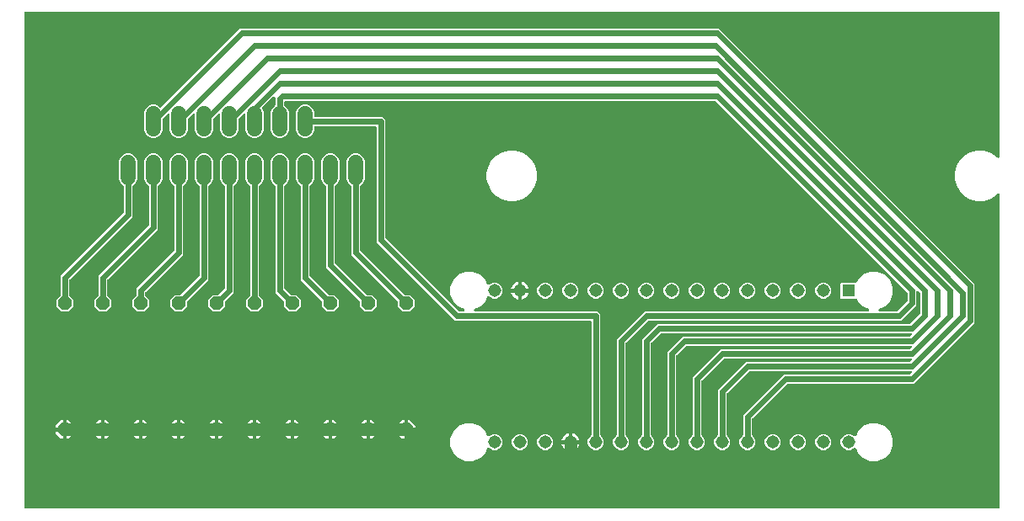
<source format=gbr>
G04 EAGLE Gerber RS-274X export*
G75*
%MOMM*%
%FSLAX34Y34*%
%LPD*%
%INTop Copper*%
%IPPOS*%
%AMOC8*
5,1,8,0,0,1.08239X$1,22.5*%
G01*
%ADD10R,1.308000X1.308000*%
%ADD11C,1.308000*%
%ADD12P,1.429621X8X112.500000*%
%ADD13P,1.429621X8X292.500000*%
%ADD14C,1.524000*%
%ADD15C,1.270000*%
%ADD16C,0.609600*%

G36*
X988688Y10176D02*
X988688Y10176D01*
X988807Y10183D01*
X988845Y10196D01*
X988886Y10201D01*
X988996Y10244D01*
X989109Y10281D01*
X989144Y10303D01*
X989181Y10318D01*
X989277Y10387D01*
X989378Y10451D01*
X989406Y10481D01*
X989439Y10504D01*
X989515Y10596D01*
X989596Y10683D01*
X989616Y10718D01*
X989641Y10749D01*
X989692Y10857D01*
X989750Y10961D01*
X989760Y11001D01*
X989777Y11037D01*
X989799Y11154D01*
X989829Y11269D01*
X989833Y11329D01*
X989837Y11349D01*
X989835Y11370D01*
X989839Y11430D01*
X989839Y325853D01*
X989822Y325990D01*
X989809Y326129D01*
X989802Y326148D01*
X989799Y326169D01*
X989748Y326297D01*
X989701Y326429D01*
X989690Y326445D01*
X989682Y326464D01*
X989601Y326577D01*
X989523Y326692D01*
X989507Y326705D01*
X989496Y326722D01*
X989388Y326810D01*
X989284Y326902D01*
X989266Y326911D01*
X989251Y326924D01*
X989125Y326984D01*
X989001Y327047D01*
X988981Y327051D01*
X988963Y327060D01*
X988827Y327086D01*
X988691Y327116D01*
X988670Y327116D01*
X988651Y327120D01*
X988512Y327111D01*
X988373Y327107D01*
X988353Y327101D01*
X988333Y327100D01*
X988201Y327057D01*
X988067Y327018D01*
X988050Y327008D01*
X988031Y327002D01*
X987913Y326927D01*
X987793Y326857D01*
X987772Y326838D01*
X987762Y326832D01*
X987748Y326817D01*
X987673Y326750D01*
X985596Y324674D01*
X979804Y321330D01*
X973344Y319599D01*
X966656Y319599D01*
X960196Y321330D01*
X954404Y324674D01*
X949674Y329404D01*
X946330Y335196D01*
X944599Y341656D01*
X944599Y348344D01*
X946330Y354804D01*
X949674Y360596D01*
X954404Y365326D01*
X960196Y368670D01*
X966656Y370401D01*
X973344Y370401D01*
X979804Y368670D01*
X985596Y365326D01*
X987673Y363250D01*
X987782Y363164D01*
X987889Y363076D01*
X987908Y363067D01*
X987924Y363055D01*
X988052Y362999D01*
X988177Y362940D01*
X988197Y362936D01*
X988216Y362928D01*
X988354Y362906D01*
X988490Y362880D01*
X988510Y362882D01*
X988530Y362878D01*
X988669Y362891D01*
X988807Y362900D01*
X988826Y362906D01*
X988846Y362908D01*
X988978Y362955D01*
X989109Y362998D01*
X989127Y363009D01*
X989146Y363016D01*
X989261Y363094D01*
X989378Y363168D01*
X989392Y363183D01*
X989409Y363194D01*
X989501Y363299D01*
X989596Y363400D01*
X989606Y363418D01*
X989619Y363433D01*
X989683Y363557D01*
X989750Y363678D01*
X989755Y363698D01*
X989764Y363716D01*
X989794Y363852D01*
X989829Y363986D01*
X989831Y364014D01*
X989834Y364026D01*
X989833Y364047D01*
X989839Y364147D01*
X989839Y508570D01*
X989824Y508688D01*
X989817Y508807D01*
X989804Y508845D01*
X989799Y508886D01*
X989756Y508996D01*
X989719Y509109D01*
X989697Y509144D01*
X989682Y509181D01*
X989613Y509277D01*
X989549Y509378D01*
X989519Y509406D01*
X989496Y509439D01*
X989404Y509515D01*
X989317Y509596D01*
X989282Y509616D01*
X989251Y509641D01*
X989143Y509692D01*
X989039Y509750D01*
X988999Y509760D01*
X988963Y509777D01*
X988846Y509799D01*
X988731Y509829D01*
X988671Y509833D01*
X988651Y509837D01*
X988630Y509835D01*
X988570Y509839D01*
X11430Y509839D01*
X11312Y509824D01*
X11193Y509817D01*
X11155Y509804D01*
X11114Y509799D01*
X11004Y509756D01*
X10891Y509719D01*
X10856Y509697D01*
X10819Y509682D01*
X10723Y509613D01*
X10622Y509549D01*
X10594Y509519D01*
X10561Y509496D01*
X10485Y509404D01*
X10404Y509317D01*
X10384Y509282D01*
X10359Y509251D01*
X10308Y509143D01*
X10250Y509039D01*
X10240Y508999D01*
X10223Y508963D01*
X10201Y508846D01*
X10171Y508731D01*
X10167Y508671D01*
X10163Y508651D01*
X10165Y508630D01*
X10161Y508570D01*
X10161Y11430D01*
X10176Y11312D01*
X10183Y11193D01*
X10196Y11155D01*
X10201Y11114D01*
X10244Y11004D01*
X10281Y10891D01*
X10303Y10856D01*
X10318Y10819D01*
X10387Y10723D01*
X10451Y10622D01*
X10481Y10594D01*
X10504Y10561D01*
X10596Y10485D01*
X10683Y10404D01*
X10718Y10384D01*
X10749Y10359D01*
X10857Y10308D01*
X10961Y10250D01*
X11001Y10240D01*
X11037Y10223D01*
X11154Y10201D01*
X11269Y10171D01*
X11329Y10167D01*
X11349Y10163D01*
X11370Y10165D01*
X11430Y10161D01*
X988570Y10161D01*
X988688Y10176D01*
G37*
%LPC*%
G36*
X607996Y68935D02*
X607996Y68935D01*
X605032Y70163D01*
X602763Y72432D01*
X601535Y75396D01*
X601535Y78604D01*
X602763Y81568D01*
X604656Y83461D01*
X604716Y83539D01*
X604784Y83611D01*
X604813Y83664D01*
X604850Y83712D01*
X604890Y83803D01*
X604938Y83890D01*
X604953Y83948D01*
X604977Y84004D01*
X604992Y84102D01*
X605017Y84198D01*
X605023Y84298D01*
X605027Y84318D01*
X605025Y84330D01*
X605027Y84358D01*
X605027Y180494D01*
X633106Y208573D01*
X857719Y208573D01*
X857788Y208581D01*
X857858Y208580D01*
X857945Y208601D01*
X858034Y208613D01*
X858099Y208638D01*
X858167Y208655D01*
X858246Y208697D01*
X858330Y208730D01*
X858386Y208771D01*
X858448Y208803D01*
X858515Y208864D01*
X858587Y208916D01*
X858632Y208970D01*
X858683Y209017D01*
X858733Y209092D01*
X858790Y209161D01*
X858820Y209225D01*
X858858Y209283D01*
X858887Y209368D01*
X858926Y209449D01*
X858939Y209518D01*
X858961Y209584D01*
X858968Y209673D01*
X858985Y209761D01*
X858981Y209831D01*
X858987Y209901D01*
X858971Y209989D01*
X858966Y210079D01*
X858944Y210145D01*
X858932Y210214D01*
X858895Y210296D01*
X858868Y210381D01*
X858830Y210440D01*
X858802Y210504D01*
X858745Y210574D01*
X858697Y210650D01*
X858647Y210698D01*
X858603Y210752D01*
X858531Y210807D01*
X858466Y210868D01*
X858405Y210902D01*
X858349Y210944D01*
X858204Y211015D01*
X852809Y213250D01*
X847450Y218609D01*
X846645Y220552D01*
X846630Y220577D01*
X846621Y220605D01*
X846552Y220715D01*
X846487Y220828D01*
X846467Y220849D01*
X846451Y220874D01*
X846356Y220963D01*
X846266Y221056D01*
X846241Y221072D01*
X846219Y221092D01*
X846105Y221155D01*
X845995Y221223D01*
X845967Y221231D01*
X845941Y221246D01*
X845815Y221278D01*
X845691Y221316D01*
X845661Y221318D01*
X845633Y221325D01*
X845472Y221335D01*
X831028Y221335D01*
X830135Y222228D01*
X830135Y236572D01*
X831028Y237465D01*
X845472Y237465D01*
X845501Y237468D01*
X845531Y237466D01*
X845659Y237488D01*
X845788Y237505D01*
X845815Y237515D01*
X845844Y237520D01*
X845963Y237574D01*
X846083Y237622D01*
X846107Y237639D01*
X846134Y237651D01*
X846236Y237732D01*
X846341Y237808D01*
X846359Y237831D01*
X846383Y237850D01*
X846461Y237953D01*
X846543Y238053D01*
X846556Y238080D01*
X846574Y238104D01*
X846645Y238248D01*
X847450Y240191D01*
X852809Y245550D01*
X859811Y248451D01*
X867389Y248451D01*
X874391Y245550D01*
X879750Y240191D01*
X882651Y233189D01*
X882651Y225611D01*
X879750Y218609D01*
X874391Y213250D01*
X868996Y211015D01*
X868935Y210980D01*
X868870Y210954D01*
X868798Y210902D01*
X868719Y210857D01*
X868669Y210809D01*
X868613Y210768D01*
X868555Y210698D01*
X868491Y210636D01*
X868455Y210576D01*
X868410Y210523D01*
X868372Y210441D01*
X868325Y210365D01*
X868304Y210298D01*
X868274Y210235D01*
X868258Y210147D01*
X868231Y210061D01*
X868228Y209991D01*
X868215Y209922D01*
X868220Y209833D01*
X868216Y209743D01*
X868230Y209675D01*
X868234Y209605D01*
X868262Y209520D01*
X868280Y209432D01*
X868311Y209369D01*
X868332Y209303D01*
X868380Y209227D01*
X868420Y209146D01*
X868465Y209093D01*
X868503Y209034D01*
X868568Y208972D01*
X868626Y208904D01*
X868683Y208864D01*
X868734Y208816D01*
X868813Y208773D01*
X868886Y208721D01*
X868952Y208696D01*
X869013Y208662D01*
X869100Y208640D01*
X869184Y208608D01*
X869253Y208600D01*
X869321Y208583D01*
X869481Y208573D01*
X886580Y208573D01*
X886678Y208585D01*
X886777Y208588D01*
X886836Y208605D01*
X886896Y208613D01*
X886988Y208649D01*
X887083Y208677D01*
X887135Y208707D01*
X887191Y208730D01*
X887271Y208788D01*
X887357Y208838D01*
X887432Y208904D01*
X887449Y208916D01*
X887457Y208926D01*
X887478Y208944D01*
X896756Y218222D01*
X896816Y218301D01*
X896884Y218373D01*
X896913Y218426D01*
X896950Y218474D01*
X896990Y218565D01*
X897038Y218651D01*
X897053Y218710D01*
X897077Y218765D01*
X897092Y218863D01*
X897117Y218959D01*
X897123Y219059D01*
X897127Y219080D01*
X897125Y219092D01*
X897127Y219120D01*
X897127Y226980D01*
X897115Y227078D01*
X897112Y227177D01*
X897095Y227236D01*
X897087Y227296D01*
X897051Y227388D01*
X897023Y227483D01*
X896993Y227535D01*
X896970Y227591D01*
X896912Y227671D01*
X896862Y227757D01*
X896796Y227832D01*
X896784Y227849D01*
X896774Y227857D01*
X896756Y227878D01*
X704578Y420056D01*
X704499Y420116D01*
X704427Y420184D01*
X704374Y420213D01*
X704326Y420250D01*
X704235Y420290D01*
X704149Y420338D01*
X704090Y420353D01*
X704035Y420377D01*
X703937Y420392D01*
X703841Y420417D01*
X703741Y420423D01*
X703720Y420427D01*
X703708Y420425D01*
X703680Y420427D01*
X272542Y420427D01*
X272424Y420412D01*
X272305Y420405D01*
X272267Y420392D01*
X272226Y420387D01*
X272116Y420344D01*
X272003Y420307D01*
X271968Y420285D01*
X271931Y420270D01*
X271835Y420201D01*
X271734Y420137D01*
X271706Y420107D01*
X271673Y420084D01*
X271597Y419992D01*
X271516Y419905D01*
X271496Y419870D01*
X271471Y419839D01*
X271420Y419731D01*
X271362Y419627D01*
X271352Y419587D01*
X271335Y419551D01*
X271313Y419434D01*
X271283Y419319D01*
X271279Y419259D01*
X271275Y419239D01*
X271277Y419218D01*
X271273Y419158D01*
X271273Y416072D01*
X271276Y416043D01*
X271274Y416013D01*
X271296Y415885D01*
X271313Y415757D01*
X271323Y415729D01*
X271329Y415700D01*
X271382Y415581D01*
X271430Y415461D01*
X271447Y415437D01*
X271459Y415410D01*
X271540Y415309D01*
X271616Y415204D01*
X271639Y415185D01*
X271658Y415162D01*
X271761Y415084D01*
X271805Y415047D01*
X274453Y412400D01*
X275845Y409039D01*
X275845Y390161D01*
X274453Y386800D01*
X271880Y384227D01*
X268519Y382835D01*
X264881Y382835D01*
X261520Y384227D01*
X258947Y386800D01*
X257555Y390161D01*
X257555Y409039D01*
X258947Y412400D01*
X261584Y415036D01*
X261620Y415057D01*
X261641Y415078D01*
X261666Y415093D01*
X261755Y415188D01*
X261848Y415278D01*
X261864Y415303D01*
X261884Y415325D01*
X261947Y415439D01*
X262015Y415549D01*
X262023Y415578D01*
X262038Y415604D01*
X262070Y415729D01*
X262108Y415853D01*
X262110Y415883D01*
X262117Y415911D01*
X262127Y416072D01*
X262127Y423596D01*
X262110Y423734D01*
X262097Y423873D01*
X262090Y423892D01*
X262087Y423912D01*
X262036Y424041D01*
X261989Y424172D01*
X261978Y424189D01*
X261970Y424207D01*
X261889Y424320D01*
X261811Y424435D01*
X261795Y424448D01*
X261784Y424465D01*
X261676Y424554D01*
X261572Y424645D01*
X261554Y424655D01*
X261539Y424668D01*
X261413Y424727D01*
X261289Y424790D01*
X261269Y424795D01*
X261251Y424803D01*
X261115Y424829D01*
X260979Y424860D01*
X260958Y424859D01*
X260939Y424863D01*
X260800Y424854D01*
X260661Y424850D01*
X260641Y424844D01*
X260621Y424843D01*
X260489Y424800D01*
X260355Y424762D01*
X260338Y424751D01*
X260319Y424745D01*
X260201Y424671D01*
X260081Y424600D01*
X260060Y424582D01*
X260050Y424575D01*
X260036Y424560D01*
X259961Y424494D01*
X249305Y413838D01*
X249287Y413815D01*
X249264Y413796D01*
X249190Y413690D01*
X249110Y413587D01*
X249098Y413560D01*
X249081Y413536D01*
X249035Y413414D01*
X248984Y413295D01*
X248979Y413266D01*
X248969Y413238D01*
X248954Y413109D01*
X248934Y412981D01*
X248937Y412951D01*
X248933Y412922D01*
X248951Y412794D01*
X248964Y412664D01*
X248974Y412636D01*
X248978Y412607D01*
X249030Y412455D01*
X250445Y409039D01*
X250445Y390161D01*
X249053Y386800D01*
X246480Y384227D01*
X243119Y382835D01*
X239481Y382835D01*
X236120Y384227D01*
X233547Y386800D01*
X232155Y390161D01*
X232155Y406324D01*
X232138Y406462D01*
X232125Y406601D01*
X232118Y406620D01*
X232115Y406640D01*
X232064Y406769D01*
X232017Y406900D01*
X232006Y406917D01*
X231998Y406935D01*
X231917Y407048D01*
X231839Y407163D01*
X231823Y407176D01*
X231812Y407193D01*
X231704Y407282D01*
X231600Y407373D01*
X231582Y407383D01*
X231567Y407396D01*
X231441Y407455D01*
X231317Y407518D01*
X231297Y407523D01*
X231279Y407531D01*
X231143Y407557D01*
X231007Y407588D01*
X230986Y407587D01*
X230967Y407591D01*
X230828Y407582D01*
X230689Y407578D01*
X230669Y407572D01*
X230649Y407571D01*
X230517Y407528D01*
X230383Y407490D01*
X230366Y407479D01*
X230347Y407473D01*
X230229Y407399D01*
X230109Y407328D01*
X230088Y407310D01*
X230078Y407303D01*
X230064Y407288D01*
X229989Y407222D01*
X225416Y402650D01*
X225356Y402571D01*
X225288Y402499D01*
X225259Y402446D01*
X225222Y402398D01*
X225182Y402307D01*
X225134Y402221D01*
X225119Y402162D01*
X225095Y402107D01*
X225080Y402009D01*
X225055Y401913D01*
X225049Y401813D01*
X225045Y401792D01*
X225047Y401780D01*
X225045Y401752D01*
X225045Y390161D01*
X223653Y386800D01*
X221080Y384227D01*
X217719Y382835D01*
X214081Y382835D01*
X210720Y384227D01*
X208147Y386800D01*
X206755Y390161D01*
X206755Y406324D01*
X206738Y406462D01*
X206725Y406601D01*
X206718Y406620D01*
X206715Y406640D01*
X206664Y406769D01*
X206617Y406900D01*
X206606Y406917D01*
X206598Y406935D01*
X206517Y407048D01*
X206439Y407163D01*
X206423Y407176D01*
X206412Y407193D01*
X206304Y407282D01*
X206200Y407373D01*
X206182Y407383D01*
X206167Y407396D01*
X206041Y407455D01*
X205917Y407518D01*
X205897Y407523D01*
X205879Y407531D01*
X205743Y407557D01*
X205607Y407588D01*
X205586Y407587D01*
X205567Y407591D01*
X205428Y407582D01*
X205289Y407578D01*
X205269Y407572D01*
X205249Y407571D01*
X205117Y407528D01*
X204983Y407490D01*
X204966Y407479D01*
X204947Y407473D01*
X204829Y407399D01*
X204709Y407328D01*
X204688Y407310D01*
X204678Y407303D01*
X204664Y407288D01*
X204589Y407222D01*
X200016Y402650D01*
X199956Y402571D01*
X199888Y402499D01*
X199859Y402446D01*
X199822Y402398D01*
X199782Y402307D01*
X199734Y402221D01*
X199719Y402162D01*
X199695Y402107D01*
X199680Y402009D01*
X199655Y401913D01*
X199649Y401813D01*
X199645Y401792D01*
X199647Y401780D01*
X199645Y401752D01*
X199645Y390161D01*
X198253Y386800D01*
X195680Y384227D01*
X192319Y382835D01*
X188681Y382835D01*
X185320Y384227D01*
X182747Y386800D01*
X181355Y390161D01*
X181355Y406324D01*
X181338Y406462D01*
X181325Y406601D01*
X181318Y406620D01*
X181315Y406640D01*
X181264Y406769D01*
X181217Y406900D01*
X181206Y406917D01*
X181198Y406935D01*
X181117Y407048D01*
X181039Y407163D01*
X181023Y407176D01*
X181012Y407193D01*
X180904Y407282D01*
X180800Y407373D01*
X180782Y407383D01*
X180767Y407396D01*
X180641Y407455D01*
X180517Y407518D01*
X180497Y407523D01*
X180479Y407531D01*
X180343Y407557D01*
X180207Y407588D01*
X180186Y407587D01*
X180167Y407591D01*
X180028Y407582D01*
X179889Y407578D01*
X179869Y407572D01*
X179849Y407571D01*
X179717Y407528D01*
X179583Y407490D01*
X179566Y407479D01*
X179547Y407473D01*
X179429Y407399D01*
X179309Y407328D01*
X179288Y407310D01*
X179278Y407303D01*
X179264Y407288D01*
X179189Y407222D01*
X174616Y402650D01*
X174556Y402571D01*
X174488Y402499D01*
X174459Y402446D01*
X174422Y402398D01*
X174382Y402307D01*
X174334Y402221D01*
X174319Y402162D01*
X174295Y402107D01*
X174280Y402009D01*
X174255Y401913D01*
X174249Y401813D01*
X174245Y401792D01*
X174247Y401780D01*
X174245Y401752D01*
X174245Y390161D01*
X172853Y386800D01*
X170280Y384227D01*
X166919Y382835D01*
X163281Y382835D01*
X159920Y384227D01*
X157347Y386800D01*
X155955Y390161D01*
X155955Y406324D01*
X155938Y406462D01*
X155925Y406601D01*
X155918Y406620D01*
X155915Y406640D01*
X155864Y406769D01*
X155817Y406900D01*
X155806Y406917D01*
X155798Y406935D01*
X155717Y407048D01*
X155639Y407163D01*
X155623Y407176D01*
X155612Y407193D01*
X155504Y407282D01*
X155400Y407373D01*
X155382Y407383D01*
X155367Y407396D01*
X155241Y407455D01*
X155117Y407518D01*
X155097Y407523D01*
X155079Y407531D01*
X154943Y407557D01*
X154807Y407588D01*
X154786Y407587D01*
X154767Y407591D01*
X154628Y407582D01*
X154489Y407578D01*
X154469Y407572D01*
X154449Y407571D01*
X154317Y407528D01*
X154183Y407490D01*
X154166Y407479D01*
X154147Y407473D01*
X154029Y407399D01*
X153909Y407328D01*
X153888Y407310D01*
X153878Y407303D01*
X153864Y407288D01*
X153789Y407222D01*
X149216Y402650D01*
X149156Y402571D01*
X149088Y402499D01*
X149059Y402446D01*
X149022Y402398D01*
X148982Y402307D01*
X148934Y402221D01*
X148919Y402162D01*
X148895Y402107D01*
X148880Y402009D01*
X148855Y401913D01*
X148849Y401813D01*
X148845Y401792D01*
X148847Y401780D01*
X148845Y401752D01*
X148845Y390161D01*
X147453Y386800D01*
X144880Y384227D01*
X141519Y382835D01*
X137881Y382835D01*
X134520Y384227D01*
X131947Y386800D01*
X130555Y390161D01*
X130555Y409039D01*
X131947Y412400D01*
X134520Y414973D01*
X137881Y416365D01*
X141519Y416365D01*
X144880Y414973D01*
X145845Y414007D01*
X145939Y413934D01*
X146029Y413855D01*
X146065Y413837D01*
X146097Y413812D01*
X146206Y413765D01*
X146312Y413711D01*
X146351Y413702D01*
X146389Y413686D01*
X146506Y413667D01*
X146622Y413641D01*
X146663Y413642D01*
X146703Y413636D01*
X146821Y413647D01*
X146940Y413651D01*
X146979Y413662D01*
X147019Y413666D01*
X147131Y413706D01*
X147246Y413739D01*
X147280Y413760D01*
X147319Y413773D01*
X147417Y413840D01*
X147520Y413901D01*
X147565Y413941D01*
X147582Y413952D01*
X147595Y413967D01*
X147640Y414007D01*
X223656Y490022D01*
X226706Y493073D01*
X707994Y493073D01*
X964693Y236374D01*
X964693Y197026D01*
X903594Y135927D01*
X777120Y135927D01*
X777022Y135915D01*
X776923Y135912D01*
X776864Y135895D01*
X776804Y135887D01*
X776712Y135851D01*
X776617Y135823D01*
X776565Y135793D01*
X776509Y135770D01*
X776429Y135712D01*
X776343Y135662D01*
X776268Y135596D01*
X776251Y135584D01*
X776243Y135574D01*
X776222Y135556D01*
X741544Y100878D01*
X741484Y100799D01*
X741416Y100727D01*
X741387Y100674D01*
X741350Y100626D01*
X741310Y100535D01*
X741262Y100449D01*
X741247Y100390D01*
X741223Y100335D01*
X741208Y100237D01*
X741183Y100141D01*
X741177Y100041D01*
X741173Y100020D01*
X741175Y100008D01*
X741173Y99980D01*
X741173Y84358D01*
X741185Y84260D01*
X741188Y84161D01*
X741205Y84103D01*
X741213Y84043D01*
X741249Y83951D01*
X741277Y83856D01*
X741307Y83803D01*
X741330Y83747D01*
X741388Y83667D01*
X741438Y83582D01*
X741504Y83506D01*
X741516Y83490D01*
X741526Y83482D01*
X741544Y83461D01*
X743437Y81568D01*
X744665Y78604D01*
X744665Y75396D01*
X743437Y72432D01*
X741168Y70163D01*
X738204Y68935D01*
X734996Y68935D01*
X732032Y70163D01*
X729763Y72432D01*
X728535Y75396D01*
X728535Y78604D01*
X729763Y81568D01*
X731656Y83461D01*
X731716Y83539D01*
X731784Y83611D01*
X731813Y83664D01*
X731850Y83712D01*
X731890Y83803D01*
X731938Y83890D01*
X731953Y83948D01*
X731977Y84004D01*
X731992Y84102D01*
X732017Y84198D01*
X732023Y84298D01*
X732027Y84318D01*
X732025Y84330D01*
X732027Y84358D01*
X732027Y104294D01*
X772806Y145073D01*
X899280Y145073D01*
X899378Y145085D01*
X899477Y145088D01*
X899536Y145105D01*
X899596Y145113D01*
X899688Y145149D01*
X899783Y145177D01*
X899835Y145207D01*
X899891Y145230D01*
X899971Y145288D01*
X900057Y145338D01*
X900132Y145404D01*
X900149Y145416D01*
X900157Y145426D01*
X900178Y145444D01*
X901194Y146461D01*
X901278Y146570D01*
X901368Y146677D01*
X901376Y146696D01*
X901389Y146712D01*
X901444Y146839D01*
X901503Y146965D01*
X901507Y146985D01*
X901515Y147004D01*
X901537Y147142D01*
X901563Y147278D01*
X901562Y147298D01*
X901565Y147318D01*
X901552Y147457D01*
X901543Y147595D01*
X901537Y147614D01*
X901535Y147634D01*
X901488Y147766D01*
X901445Y147897D01*
X901434Y147915D01*
X901427Y147934D01*
X901349Y148049D01*
X901275Y148166D01*
X901260Y148180D01*
X901249Y148197D01*
X901145Y148289D01*
X901043Y148384D01*
X901026Y148394D01*
X901010Y148407D01*
X900887Y148470D01*
X900765Y148538D01*
X900745Y148543D01*
X900727Y148552D01*
X900591Y148582D01*
X900457Y148617D01*
X900429Y148619D01*
X900417Y148622D01*
X900396Y148621D01*
X900296Y148627D01*
X739020Y148627D01*
X738922Y148615D01*
X738823Y148612D01*
X738764Y148595D01*
X738704Y148587D01*
X738612Y148551D01*
X738517Y148523D01*
X738465Y148493D01*
X738409Y148470D01*
X738329Y148412D01*
X738243Y148362D01*
X738168Y148296D01*
X738151Y148284D01*
X738143Y148274D01*
X738122Y148256D01*
X716144Y126278D01*
X716084Y126199D01*
X716016Y126127D01*
X715987Y126074D01*
X715950Y126026D01*
X715910Y125935D01*
X715862Y125849D01*
X715847Y125790D01*
X715823Y125735D01*
X715808Y125637D01*
X715783Y125541D01*
X715777Y125441D01*
X715773Y125420D01*
X715775Y125408D01*
X715773Y125380D01*
X715773Y84358D01*
X715785Y84260D01*
X715788Y84161D01*
X715805Y84103D01*
X715813Y84043D01*
X715849Y83951D01*
X715877Y83856D01*
X715907Y83803D01*
X715930Y83747D01*
X715988Y83667D01*
X716038Y83582D01*
X716104Y83506D01*
X716116Y83490D01*
X716126Y83482D01*
X716144Y83461D01*
X718037Y81568D01*
X719265Y78604D01*
X719265Y75396D01*
X718037Y72432D01*
X715768Y70163D01*
X712804Y68935D01*
X709596Y68935D01*
X706632Y70163D01*
X704363Y72432D01*
X703135Y75396D01*
X703135Y78604D01*
X704363Y81568D01*
X706256Y83461D01*
X706316Y83539D01*
X706384Y83611D01*
X706413Y83664D01*
X706450Y83712D01*
X706490Y83803D01*
X706538Y83890D01*
X706553Y83948D01*
X706577Y84004D01*
X706592Y84102D01*
X706617Y84198D01*
X706623Y84298D01*
X706627Y84318D01*
X706625Y84330D01*
X706627Y84358D01*
X706627Y129694D01*
X734706Y157773D01*
X899280Y157773D01*
X899378Y157785D01*
X899477Y157788D01*
X899536Y157805D01*
X899596Y157813D01*
X899688Y157849D01*
X899783Y157877D01*
X899835Y157907D01*
X899891Y157930D01*
X899971Y157988D01*
X900057Y158038D01*
X900132Y158104D01*
X900149Y158116D01*
X900157Y158126D01*
X900178Y158144D01*
X901194Y159161D01*
X901278Y159270D01*
X901368Y159377D01*
X901376Y159396D01*
X901389Y159412D01*
X901444Y159539D01*
X901503Y159665D01*
X901507Y159685D01*
X901515Y159704D01*
X901537Y159842D01*
X901563Y159978D01*
X901562Y159998D01*
X901565Y160018D01*
X901552Y160157D01*
X901543Y160295D01*
X901537Y160314D01*
X901535Y160334D01*
X901488Y160466D01*
X901445Y160597D01*
X901434Y160615D01*
X901427Y160634D01*
X901349Y160749D01*
X901275Y160866D01*
X901260Y160880D01*
X901249Y160897D01*
X901145Y160989D01*
X901043Y161084D01*
X901026Y161094D01*
X901010Y161107D01*
X900887Y161170D01*
X900765Y161238D01*
X900745Y161243D01*
X900727Y161252D01*
X900591Y161282D01*
X900457Y161317D01*
X900429Y161319D01*
X900417Y161322D01*
X900396Y161321D01*
X900296Y161327D01*
X713620Y161327D01*
X713522Y161315D01*
X713423Y161312D01*
X713364Y161295D01*
X713304Y161287D01*
X713212Y161251D01*
X713117Y161223D01*
X713065Y161193D01*
X713009Y161170D01*
X712929Y161112D01*
X712843Y161062D01*
X712768Y160996D01*
X712751Y160984D01*
X712743Y160974D01*
X712722Y160956D01*
X690744Y138978D01*
X690684Y138899D01*
X690616Y138827D01*
X690587Y138774D01*
X690550Y138726D01*
X690510Y138635D01*
X690462Y138549D01*
X690447Y138490D01*
X690423Y138435D01*
X690408Y138337D01*
X690383Y138241D01*
X690377Y138141D01*
X690373Y138120D01*
X690375Y138108D01*
X690373Y138080D01*
X690373Y84358D01*
X690385Y84260D01*
X690388Y84161D01*
X690405Y84103D01*
X690413Y84043D01*
X690449Y83951D01*
X690477Y83856D01*
X690507Y83803D01*
X690530Y83747D01*
X690588Y83667D01*
X690638Y83582D01*
X690704Y83506D01*
X690716Y83490D01*
X690726Y83482D01*
X690744Y83461D01*
X692637Y81568D01*
X693865Y78604D01*
X693865Y75396D01*
X692637Y72432D01*
X690368Y70163D01*
X687404Y68935D01*
X684196Y68935D01*
X681232Y70163D01*
X678963Y72432D01*
X677735Y75396D01*
X677735Y78604D01*
X678963Y81568D01*
X680856Y83461D01*
X680916Y83539D01*
X680984Y83611D01*
X681013Y83664D01*
X681050Y83712D01*
X681090Y83803D01*
X681138Y83890D01*
X681153Y83948D01*
X681177Y84004D01*
X681192Y84102D01*
X681217Y84198D01*
X681223Y84298D01*
X681227Y84318D01*
X681225Y84330D01*
X681227Y84358D01*
X681227Y142394D01*
X709306Y170473D01*
X899280Y170473D01*
X899378Y170485D01*
X899477Y170488D01*
X899536Y170505D01*
X899596Y170513D01*
X899688Y170549D01*
X899783Y170577D01*
X899835Y170607D01*
X899891Y170630D01*
X899971Y170688D01*
X900057Y170738D01*
X900132Y170804D01*
X900149Y170816D01*
X900157Y170826D01*
X900178Y170844D01*
X901194Y171861D01*
X901278Y171970D01*
X901368Y172077D01*
X901376Y172096D01*
X901389Y172112D01*
X901444Y172239D01*
X901503Y172365D01*
X901507Y172385D01*
X901515Y172404D01*
X901537Y172542D01*
X901563Y172678D01*
X901562Y172698D01*
X901565Y172718D01*
X901552Y172857D01*
X901543Y172995D01*
X901537Y173014D01*
X901535Y173034D01*
X901488Y173166D01*
X901445Y173297D01*
X901434Y173315D01*
X901427Y173334D01*
X901349Y173449D01*
X901275Y173566D01*
X901260Y173580D01*
X901249Y173597D01*
X901145Y173689D01*
X901043Y173784D01*
X901026Y173794D01*
X901010Y173807D01*
X900887Y173870D01*
X900765Y173938D01*
X900745Y173943D01*
X900727Y173952D01*
X900591Y173982D01*
X900457Y174017D01*
X900429Y174019D01*
X900417Y174022D01*
X900396Y174021D01*
X900296Y174027D01*
X675520Y174027D01*
X675422Y174015D01*
X675323Y174012D01*
X675264Y173995D01*
X675204Y173987D01*
X675112Y173951D01*
X675017Y173923D01*
X674965Y173893D01*
X674909Y173870D01*
X674829Y173812D01*
X674743Y173762D01*
X674668Y173696D01*
X674651Y173684D01*
X674643Y173674D01*
X674622Y173656D01*
X665344Y164378D01*
X665284Y164299D01*
X665216Y164227D01*
X665187Y164174D01*
X665150Y164126D01*
X665110Y164035D01*
X665062Y163949D01*
X665047Y163890D01*
X665023Y163835D01*
X665008Y163737D01*
X664983Y163641D01*
X664977Y163541D01*
X664973Y163520D01*
X664975Y163508D01*
X664973Y163480D01*
X664973Y84358D01*
X664985Y84260D01*
X664988Y84161D01*
X665005Y84103D01*
X665013Y84043D01*
X665049Y83951D01*
X665077Y83856D01*
X665107Y83803D01*
X665130Y83747D01*
X665188Y83667D01*
X665238Y83582D01*
X665304Y83506D01*
X665316Y83490D01*
X665326Y83482D01*
X665344Y83461D01*
X667237Y81568D01*
X668465Y78604D01*
X668465Y75396D01*
X667237Y72432D01*
X664968Y70163D01*
X662004Y68935D01*
X658796Y68935D01*
X655832Y70163D01*
X653563Y72432D01*
X652335Y75396D01*
X652335Y78604D01*
X653563Y81568D01*
X655456Y83461D01*
X655516Y83539D01*
X655584Y83611D01*
X655613Y83664D01*
X655650Y83712D01*
X655690Y83803D01*
X655738Y83890D01*
X655753Y83948D01*
X655777Y84004D01*
X655792Y84102D01*
X655817Y84198D01*
X655823Y84298D01*
X655827Y84318D01*
X655825Y84330D01*
X655827Y84358D01*
X655827Y167794D01*
X671206Y183173D01*
X899280Y183173D01*
X899378Y183185D01*
X899477Y183188D01*
X899536Y183205D01*
X899596Y183213D01*
X899688Y183249D01*
X899783Y183277D01*
X899835Y183307D01*
X899891Y183330D01*
X899971Y183388D01*
X900057Y183438D01*
X900132Y183504D01*
X900149Y183516D01*
X900157Y183526D01*
X900178Y183544D01*
X901194Y184561D01*
X901278Y184670D01*
X901368Y184777D01*
X901376Y184796D01*
X901389Y184812D01*
X901444Y184939D01*
X901503Y185065D01*
X901507Y185085D01*
X901515Y185104D01*
X901537Y185242D01*
X901563Y185378D01*
X901562Y185398D01*
X901565Y185418D01*
X901552Y185557D01*
X901543Y185695D01*
X901537Y185714D01*
X901535Y185734D01*
X901488Y185866D01*
X901445Y185997D01*
X901434Y186015D01*
X901427Y186034D01*
X901349Y186149D01*
X901275Y186266D01*
X901260Y186280D01*
X901249Y186297D01*
X901145Y186389D01*
X901043Y186484D01*
X901026Y186494D01*
X901010Y186507D01*
X900887Y186570D01*
X900765Y186638D01*
X900745Y186643D01*
X900727Y186652D01*
X900591Y186682D01*
X900457Y186717D01*
X900429Y186719D01*
X900417Y186722D01*
X900396Y186721D01*
X900296Y186727D01*
X650120Y186727D01*
X650022Y186715D01*
X649923Y186712D01*
X649864Y186695D01*
X649804Y186687D01*
X649712Y186651D01*
X649617Y186623D01*
X649565Y186593D01*
X649509Y186570D01*
X649429Y186512D01*
X649343Y186462D01*
X649268Y186396D01*
X649251Y186384D01*
X649243Y186374D01*
X649222Y186356D01*
X639944Y177078D01*
X639884Y176999D01*
X639816Y176927D01*
X639787Y176874D01*
X639750Y176826D01*
X639710Y176735D01*
X639662Y176649D01*
X639647Y176590D01*
X639623Y176535D01*
X639608Y176437D01*
X639583Y176341D01*
X639577Y176241D01*
X639573Y176220D01*
X639575Y176208D01*
X639573Y176180D01*
X639573Y84358D01*
X639585Y84260D01*
X639588Y84161D01*
X639605Y84103D01*
X639613Y84043D01*
X639649Y83951D01*
X639677Y83856D01*
X639707Y83803D01*
X639730Y83747D01*
X639788Y83667D01*
X639838Y83582D01*
X639904Y83506D01*
X639916Y83490D01*
X639926Y83482D01*
X639944Y83461D01*
X641837Y81568D01*
X643065Y78604D01*
X643065Y75396D01*
X641837Y72432D01*
X639568Y70163D01*
X636604Y68935D01*
X633396Y68935D01*
X630432Y70163D01*
X628163Y72432D01*
X626935Y75396D01*
X626935Y78604D01*
X628163Y81568D01*
X630056Y83461D01*
X630116Y83539D01*
X630184Y83611D01*
X630213Y83664D01*
X630250Y83712D01*
X630290Y83803D01*
X630338Y83890D01*
X630353Y83948D01*
X630377Y84004D01*
X630392Y84102D01*
X630417Y84198D01*
X630423Y84298D01*
X630427Y84318D01*
X630425Y84330D01*
X630427Y84358D01*
X630427Y180494D01*
X645806Y195873D01*
X899280Y195873D01*
X899378Y195885D01*
X899477Y195888D01*
X899536Y195905D01*
X899596Y195913D01*
X899688Y195949D01*
X899783Y195977D01*
X899835Y196007D01*
X899891Y196030D01*
X899971Y196088D01*
X900057Y196138D01*
X900132Y196204D01*
X900149Y196216D01*
X900157Y196226D01*
X900178Y196244D01*
X909456Y205522D01*
X909516Y205601D01*
X909584Y205673D01*
X909613Y205726D01*
X909650Y205774D01*
X909690Y205865D01*
X909738Y205951D01*
X909753Y206010D01*
X909777Y206065D01*
X909792Y206163D01*
X909817Y206259D01*
X909823Y206359D01*
X909827Y206380D01*
X909825Y206392D01*
X909827Y206420D01*
X909827Y226980D01*
X909815Y227078D01*
X909812Y227177D01*
X909795Y227236D01*
X909787Y227296D01*
X909751Y227388D01*
X909723Y227483D01*
X909693Y227535D01*
X909670Y227591D01*
X909612Y227671D01*
X909562Y227757D01*
X909496Y227832D01*
X909484Y227849D01*
X909474Y227857D01*
X909456Y227878D01*
X908439Y228894D01*
X908330Y228978D01*
X908223Y229068D01*
X908204Y229076D01*
X908188Y229089D01*
X908061Y229144D01*
X907935Y229203D01*
X907915Y229207D01*
X907896Y229215D01*
X907758Y229237D01*
X907622Y229263D01*
X907602Y229262D01*
X907582Y229265D01*
X907443Y229252D01*
X907305Y229243D01*
X907286Y229237D01*
X907266Y229235D01*
X907134Y229188D01*
X907003Y229145D01*
X906985Y229134D01*
X906966Y229127D01*
X906851Y229049D01*
X906734Y228975D01*
X906720Y228960D01*
X906703Y228949D01*
X906611Y228845D01*
X906516Y228743D01*
X906506Y228726D01*
X906493Y228710D01*
X906430Y228587D01*
X906362Y228465D01*
X906357Y228445D01*
X906348Y228427D01*
X906318Y228291D01*
X906283Y228157D01*
X906281Y228129D01*
X906278Y228117D01*
X906279Y228096D01*
X906273Y227996D01*
X906273Y214806D01*
X890894Y199427D01*
X637420Y199427D01*
X637322Y199415D01*
X637223Y199412D01*
X637164Y199395D01*
X637104Y199387D01*
X637012Y199351D01*
X636917Y199323D01*
X636865Y199293D01*
X636809Y199270D01*
X636729Y199212D01*
X636643Y199162D01*
X636568Y199096D01*
X636551Y199084D01*
X636543Y199074D01*
X636522Y199056D01*
X614544Y177078D01*
X614484Y176999D01*
X614416Y176927D01*
X614387Y176874D01*
X614350Y176826D01*
X614310Y176735D01*
X614262Y176649D01*
X614247Y176590D01*
X614223Y176535D01*
X614208Y176437D01*
X614183Y176341D01*
X614177Y176241D01*
X614173Y176220D01*
X614175Y176208D01*
X614173Y176180D01*
X614173Y84358D01*
X614185Y84260D01*
X614188Y84161D01*
X614205Y84103D01*
X614213Y84043D01*
X614249Y83951D01*
X614277Y83856D01*
X614307Y83803D01*
X614330Y83747D01*
X614388Y83667D01*
X614438Y83582D01*
X614504Y83506D01*
X614516Y83490D01*
X614526Y83482D01*
X614544Y83461D01*
X616437Y81568D01*
X617665Y78604D01*
X617665Y75396D01*
X616437Y72432D01*
X614168Y70163D01*
X611204Y68935D01*
X607996Y68935D01*
G37*
%LPD*%
%LPC*%
G36*
X582596Y68935D02*
X582596Y68935D01*
X579632Y70163D01*
X577363Y72432D01*
X576135Y75396D01*
X576135Y78604D01*
X577363Y81568D01*
X579256Y83461D01*
X579316Y83539D01*
X579384Y83611D01*
X579413Y83664D01*
X579450Y83712D01*
X579490Y83803D01*
X579538Y83890D01*
X579553Y83948D01*
X579577Y84004D01*
X579592Y84102D01*
X579617Y84198D01*
X579623Y84298D01*
X579627Y84318D01*
X579625Y84330D01*
X579627Y84358D01*
X579627Y198158D01*
X579612Y198276D01*
X579605Y198395D01*
X579592Y198433D01*
X579587Y198474D01*
X579544Y198584D01*
X579507Y198697D01*
X579485Y198732D01*
X579470Y198769D01*
X579401Y198865D01*
X579337Y198966D01*
X579307Y198994D01*
X579284Y199027D01*
X579192Y199103D01*
X579105Y199184D01*
X579070Y199204D01*
X579039Y199229D01*
X578931Y199280D01*
X578827Y199338D01*
X578787Y199348D01*
X578751Y199365D01*
X578634Y199387D01*
X578519Y199417D01*
X578459Y199421D01*
X578439Y199425D01*
X578418Y199423D01*
X578358Y199427D01*
X442606Y199427D01*
X363727Y278306D01*
X363727Y393758D01*
X363712Y393876D01*
X363705Y393995D01*
X363692Y394033D01*
X363687Y394074D01*
X363644Y394184D01*
X363607Y394297D01*
X363585Y394332D01*
X363570Y394369D01*
X363501Y394465D01*
X363437Y394566D01*
X363407Y394594D01*
X363384Y394627D01*
X363292Y394703D01*
X363205Y394784D01*
X363170Y394804D01*
X363139Y394829D01*
X363031Y394880D01*
X362927Y394938D01*
X362887Y394948D01*
X362851Y394965D01*
X362734Y394987D01*
X362619Y395017D01*
X362559Y395021D01*
X362539Y395025D01*
X362518Y395023D01*
X362458Y395027D01*
X302514Y395027D01*
X302396Y395012D01*
X302277Y395005D01*
X302239Y394992D01*
X302198Y394987D01*
X302088Y394944D01*
X301975Y394907D01*
X301940Y394885D01*
X301903Y394870D01*
X301807Y394801D01*
X301706Y394737D01*
X301678Y394707D01*
X301645Y394684D01*
X301569Y394592D01*
X301488Y394505D01*
X301468Y394470D01*
X301443Y394439D01*
X301392Y394331D01*
X301334Y394227D01*
X301324Y394187D01*
X301307Y394151D01*
X301285Y394034D01*
X301255Y393919D01*
X301251Y393859D01*
X301247Y393839D01*
X301249Y393818D01*
X301245Y393758D01*
X301245Y390161D01*
X299853Y386800D01*
X297280Y384227D01*
X293919Y382835D01*
X290281Y382835D01*
X286920Y384227D01*
X284347Y386800D01*
X282955Y390161D01*
X282955Y409039D01*
X284347Y412400D01*
X286920Y414973D01*
X290281Y416365D01*
X293919Y416365D01*
X297280Y414973D01*
X299853Y412400D01*
X301245Y409039D01*
X301245Y405442D01*
X301260Y405324D01*
X301267Y405205D01*
X301280Y405167D01*
X301285Y405126D01*
X301328Y405016D01*
X301365Y404903D01*
X301387Y404868D01*
X301402Y404831D01*
X301471Y404735D01*
X301535Y404634D01*
X301565Y404606D01*
X301588Y404573D01*
X301680Y404497D01*
X301767Y404416D01*
X301802Y404396D01*
X301833Y404371D01*
X301941Y404320D01*
X302045Y404262D01*
X302085Y404252D01*
X302121Y404235D01*
X302238Y404213D01*
X302353Y404183D01*
X302413Y404179D01*
X302433Y404175D01*
X302454Y404177D01*
X302514Y404173D01*
X370194Y404173D01*
X372873Y401494D01*
X372873Y282620D01*
X372885Y282522D01*
X372888Y282423D01*
X372905Y282364D01*
X372913Y282304D01*
X372949Y282212D01*
X372977Y282117D01*
X373007Y282065D01*
X373030Y282009D01*
X373088Y281929D01*
X373138Y281843D01*
X373204Y281768D01*
X373216Y281751D01*
X373226Y281743D01*
X373244Y281722D01*
X446022Y208944D01*
X446101Y208884D01*
X446173Y208816D01*
X446226Y208787D01*
X446274Y208750D01*
X446365Y208710D01*
X446451Y208662D01*
X446510Y208647D01*
X446565Y208623D01*
X446663Y208608D01*
X446759Y208583D01*
X446859Y208577D01*
X446880Y208573D01*
X446892Y208575D01*
X446920Y208573D01*
X451319Y208573D01*
X451388Y208581D01*
X451458Y208580D01*
X451545Y208601D01*
X451634Y208613D01*
X451699Y208638D01*
X451767Y208655D01*
X451846Y208697D01*
X451930Y208730D01*
X451986Y208771D01*
X452048Y208803D01*
X452114Y208864D01*
X452187Y208916D01*
X452232Y208970D01*
X452283Y209017D01*
X452333Y209092D01*
X452390Y209161D01*
X452420Y209225D01*
X452458Y209283D01*
X452487Y209368D01*
X452525Y209449D01*
X452539Y209518D01*
X452561Y209584D01*
X452568Y209673D01*
X452585Y209761D01*
X452581Y209831D01*
X452586Y209901D01*
X452571Y209989D01*
X452566Y210079D01*
X452544Y210145D01*
X452532Y210214D01*
X452495Y210296D01*
X452467Y210381D01*
X452430Y210440D01*
X452401Y210504D01*
X452345Y210574D01*
X452297Y210650D01*
X452246Y210698D01*
X452203Y210752D01*
X452131Y210807D01*
X452066Y210868D01*
X452005Y210902D01*
X451949Y210944D01*
X451804Y211015D01*
X446409Y213250D01*
X441050Y218609D01*
X438149Y225611D01*
X438149Y233189D01*
X441050Y240191D01*
X446409Y245550D01*
X453411Y248451D01*
X460989Y248451D01*
X467991Y245550D01*
X473350Y240191D01*
X475153Y235840D01*
X475177Y235797D01*
X475194Y235750D01*
X475256Y235659D01*
X475310Y235564D01*
X475345Y235528D01*
X475373Y235487D01*
X475455Y235414D01*
X475532Y235335D01*
X475574Y235309D01*
X475611Y235276D01*
X475709Y235227D01*
X475803Y235169D01*
X475850Y235154D01*
X475894Y235132D01*
X476002Y235108D01*
X476107Y235075D01*
X476156Y235073D01*
X476205Y235062D01*
X476315Y235066D01*
X476424Y235060D01*
X476473Y235070D01*
X476523Y235072D01*
X476628Y235102D01*
X476736Y235125D01*
X476781Y235147D01*
X476828Y235160D01*
X476923Y235216D01*
X477022Y235264D01*
X477059Y235297D01*
X477102Y235322D01*
X477223Y235428D01*
X478032Y236237D01*
X480996Y237465D01*
X484204Y237465D01*
X487168Y236237D01*
X489437Y233968D01*
X490665Y231004D01*
X490665Y227796D01*
X489437Y224832D01*
X487168Y222563D01*
X484204Y221335D01*
X480996Y221335D01*
X478032Y222563D01*
X477223Y223372D01*
X477184Y223402D01*
X477150Y223439D01*
X477059Y223499D01*
X476972Y223567D01*
X476926Y223586D01*
X476885Y223614D01*
X476781Y223649D01*
X476680Y223693D01*
X476631Y223701D01*
X476584Y223717D01*
X476474Y223726D01*
X476366Y223743D01*
X476316Y223738D01*
X476267Y223742D01*
X476158Y223723D01*
X476049Y223713D01*
X476002Y223696D01*
X475953Y223688D01*
X475853Y223643D01*
X475750Y223605D01*
X475709Y223578D01*
X475663Y223557D01*
X475578Y223489D01*
X475487Y223427D01*
X475454Y223390D01*
X475415Y223359D01*
X475349Y223271D01*
X475276Y223188D01*
X475254Y223144D01*
X475224Y223105D01*
X475153Y222960D01*
X473350Y218609D01*
X467991Y213250D01*
X462596Y211015D01*
X462535Y210980D01*
X462470Y210954D01*
X462398Y210902D01*
X462319Y210857D01*
X462269Y210808D01*
X462213Y210768D01*
X462156Y210698D01*
X462091Y210636D01*
X462055Y210576D01*
X462010Y210523D01*
X461972Y210441D01*
X461925Y210365D01*
X461904Y210298D01*
X461875Y210235D01*
X461858Y210147D01*
X461831Y210061D01*
X461828Y209991D01*
X461815Y209922D01*
X461820Y209833D01*
X461816Y209743D01*
X461830Y209675D01*
X461834Y209605D01*
X461862Y209520D01*
X461880Y209432D01*
X461911Y209369D01*
X461933Y209303D01*
X461981Y209227D01*
X462020Y209146D01*
X462065Y209093D01*
X462103Y209034D01*
X462168Y208972D01*
X462226Y208904D01*
X462284Y208864D01*
X462334Y208816D01*
X462413Y208773D01*
X462486Y208721D01*
X462552Y208696D01*
X462613Y208662D01*
X462700Y208640D01*
X462784Y208608D01*
X462853Y208600D01*
X462921Y208583D01*
X463081Y208573D01*
X586094Y208573D01*
X588773Y205894D01*
X588773Y84358D01*
X588785Y84260D01*
X588788Y84161D01*
X588805Y84103D01*
X588813Y84043D01*
X588849Y83951D01*
X588877Y83856D01*
X588907Y83803D01*
X588930Y83747D01*
X588988Y83667D01*
X589038Y83582D01*
X589104Y83506D01*
X589116Y83490D01*
X589126Y83482D01*
X589144Y83461D01*
X591037Y81568D01*
X592265Y78604D01*
X592265Y75396D01*
X591037Y72432D01*
X588768Y70163D01*
X585804Y68935D01*
X582596Y68935D01*
G37*
%LPD*%
%LPC*%
G36*
X496656Y319599D02*
X496656Y319599D01*
X490196Y321330D01*
X484404Y324674D01*
X479674Y329404D01*
X476330Y335196D01*
X474599Y341656D01*
X474599Y348344D01*
X476330Y354804D01*
X479674Y360596D01*
X484404Y365326D01*
X490196Y368670D01*
X496656Y370401D01*
X503344Y370401D01*
X509804Y368670D01*
X515596Y365326D01*
X520326Y360596D01*
X523670Y354804D01*
X525401Y348344D01*
X525401Y341656D01*
X523670Y335196D01*
X520326Y329404D01*
X515596Y324674D01*
X509804Y321330D01*
X503344Y319599D01*
X496656Y319599D01*
G37*
%LPD*%
%LPC*%
G36*
X47433Y208571D02*
X47433Y208571D01*
X42671Y213333D01*
X42671Y220067D01*
X45856Y223251D01*
X45916Y223330D01*
X45984Y223402D01*
X46013Y223455D01*
X46050Y223503D01*
X46090Y223594D01*
X46138Y223680D01*
X46153Y223739D01*
X46177Y223794D01*
X46192Y223892D01*
X46217Y223988D01*
X46223Y224088D01*
X46227Y224108D01*
X46225Y224121D01*
X46227Y224149D01*
X46227Y243994D01*
X49277Y247044D01*
X49278Y247044D01*
X109356Y307122D01*
X109416Y307201D01*
X109484Y307273D01*
X109513Y307326D01*
X109550Y307374D01*
X109590Y307465D01*
X109638Y307551D01*
X109653Y307610D01*
X109677Y307665D01*
X109692Y307763D01*
X109717Y307859D01*
X109723Y307959D01*
X109727Y307980D01*
X109725Y307992D01*
X109727Y308020D01*
X109727Y334228D01*
X109724Y334257D01*
X109726Y334287D01*
X109704Y334415D01*
X109687Y334543D01*
X109677Y334571D01*
X109671Y334600D01*
X109618Y334719D01*
X109570Y334839D01*
X109553Y334863D01*
X109541Y334890D01*
X109460Y334991D01*
X109384Y335096D01*
X109361Y335115D01*
X109342Y335138D01*
X109239Y335216D01*
X109195Y335253D01*
X106547Y337900D01*
X105155Y341261D01*
X105155Y360139D01*
X106547Y363500D01*
X109120Y366073D01*
X112481Y367465D01*
X116119Y367465D01*
X119480Y366073D01*
X122053Y363500D01*
X123445Y360139D01*
X123445Y341261D01*
X122053Y337900D01*
X119416Y335264D01*
X119380Y335243D01*
X119359Y335222D01*
X119334Y335207D01*
X119245Y335112D01*
X119152Y335022D01*
X119136Y334997D01*
X119116Y334975D01*
X119053Y334861D01*
X118985Y334751D01*
X118977Y334722D01*
X118962Y334696D01*
X118930Y334571D01*
X118892Y334447D01*
X118890Y334417D01*
X118883Y334389D01*
X118873Y334228D01*
X118873Y303706D01*
X115823Y300656D01*
X115822Y300656D01*
X55744Y240578D01*
X55684Y240499D01*
X55616Y240427D01*
X55587Y240374D01*
X55550Y240326D01*
X55510Y240235D01*
X55462Y240149D01*
X55447Y240090D01*
X55423Y240035D01*
X55408Y239937D01*
X55383Y239841D01*
X55377Y239741D01*
X55373Y239720D01*
X55375Y239708D01*
X55373Y239680D01*
X55373Y224149D01*
X55385Y224051D01*
X55388Y223952D01*
X55405Y223893D01*
X55413Y223833D01*
X55449Y223741D01*
X55477Y223646D01*
X55507Y223594D01*
X55530Y223538D01*
X55588Y223458D01*
X55638Y223372D01*
X55704Y223297D01*
X55716Y223280D01*
X55726Y223272D01*
X55744Y223251D01*
X58929Y220067D01*
X58929Y213333D01*
X54167Y208571D01*
X47433Y208571D01*
G37*
%LPD*%
%LPC*%
G36*
X85533Y208571D02*
X85533Y208571D01*
X80771Y213333D01*
X80771Y220067D01*
X83956Y223251D01*
X84016Y223330D01*
X84084Y223402D01*
X84113Y223455D01*
X84150Y223503D01*
X84190Y223594D01*
X84238Y223680D01*
X84253Y223739D01*
X84277Y223794D01*
X84292Y223892D01*
X84317Y223988D01*
X84323Y224088D01*
X84327Y224108D01*
X84325Y224121D01*
X84327Y224149D01*
X84327Y243994D01*
X134756Y294422D01*
X134816Y294501D01*
X134884Y294573D01*
X134913Y294626D01*
X134950Y294674D01*
X134990Y294765D01*
X135038Y294851D01*
X135053Y294910D01*
X135077Y294965D01*
X135092Y295063D01*
X135117Y295159D01*
X135123Y295259D01*
X135127Y295280D01*
X135125Y295292D01*
X135127Y295320D01*
X135127Y334228D01*
X135124Y334257D01*
X135126Y334287D01*
X135104Y334415D01*
X135087Y334543D01*
X135077Y334571D01*
X135071Y334600D01*
X135018Y334719D01*
X134970Y334839D01*
X134953Y334863D01*
X134941Y334890D01*
X134860Y334991D01*
X134784Y335096D01*
X134761Y335115D01*
X134742Y335138D01*
X134639Y335216D01*
X134595Y335253D01*
X131947Y337900D01*
X130555Y341261D01*
X130555Y360139D01*
X131947Y363500D01*
X134520Y366073D01*
X137881Y367465D01*
X141519Y367465D01*
X144880Y366073D01*
X147453Y363500D01*
X148845Y360139D01*
X148845Y341261D01*
X147453Y337900D01*
X144816Y335264D01*
X144780Y335243D01*
X144759Y335222D01*
X144734Y335207D01*
X144645Y335112D01*
X144552Y335022D01*
X144536Y334997D01*
X144516Y334975D01*
X144453Y334861D01*
X144385Y334751D01*
X144377Y334722D01*
X144362Y334696D01*
X144330Y334571D01*
X144292Y334447D01*
X144290Y334417D01*
X144283Y334389D01*
X144273Y334228D01*
X144273Y291006D01*
X93844Y240578D01*
X93784Y240499D01*
X93716Y240427D01*
X93687Y240374D01*
X93650Y240326D01*
X93610Y240235D01*
X93562Y240149D01*
X93547Y240090D01*
X93523Y240035D01*
X93508Y239937D01*
X93483Y239841D01*
X93477Y239741D01*
X93473Y239720D01*
X93475Y239708D01*
X93473Y239680D01*
X93473Y224149D01*
X93485Y224051D01*
X93488Y223952D01*
X93505Y223893D01*
X93513Y223833D01*
X93549Y223741D01*
X93577Y223646D01*
X93607Y223594D01*
X93630Y223538D01*
X93688Y223458D01*
X93738Y223372D01*
X93804Y223297D01*
X93816Y223280D01*
X93826Y223272D01*
X93844Y223251D01*
X97029Y220067D01*
X97029Y213333D01*
X92267Y208571D01*
X85533Y208571D01*
G37*
%LPD*%
%LPC*%
G36*
X390333Y208571D02*
X390333Y208571D01*
X385571Y213333D01*
X385571Y217836D01*
X385559Y217934D01*
X385556Y218033D01*
X385539Y218092D01*
X385531Y218152D01*
X385495Y218244D01*
X385467Y218339D01*
X385437Y218391D01*
X385414Y218447D01*
X385356Y218527D01*
X385306Y218613D01*
X385240Y218688D01*
X385228Y218705D01*
X385218Y218713D01*
X385200Y218734D01*
X338327Y265606D01*
X338327Y334228D01*
X338324Y334257D01*
X338326Y334287D01*
X338304Y334415D01*
X338287Y334543D01*
X338277Y334571D01*
X338271Y334600D01*
X338218Y334719D01*
X338170Y334839D01*
X338153Y334863D01*
X338141Y334890D01*
X338060Y334991D01*
X337984Y335096D01*
X337961Y335115D01*
X337942Y335138D01*
X337839Y335216D01*
X337795Y335253D01*
X335147Y337900D01*
X333755Y341261D01*
X333755Y360139D01*
X335147Y363500D01*
X337720Y366073D01*
X341081Y367465D01*
X344719Y367465D01*
X348080Y366073D01*
X350653Y363500D01*
X352045Y360139D01*
X352045Y341261D01*
X350653Y337900D01*
X348016Y335264D01*
X347980Y335243D01*
X347959Y335222D01*
X347934Y335207D01*
X347845Y335112D01*
X347752Y335022D01*
X347736Y334997D01*
X347716Y334975D01*
X347653Y334861D01*
X347585Y334751D01*
X347577Y334722D01*
X347562Y334696D01*
X347530Y334571D01*
X347492Y334447D01*
X347490Y334417D01*
X347483Y334389D01*
X347473Y334228D01*
X347473Y269920D01*
X347485Y269822D01*
X347488Y269723D01*
X347505Y269664D01*
X347513Y269604D01*
X347549Y269512D01*
X347577Y269417D01*
X347607Y269365D01*
X347630Y269309D01*
X347688Y269229D01*
X347738Y269143D01*
X347804Y269068D01*
X347816Y269051D01*
X347826Y269043D01*
X347844Y269022D01*
X391666Y225200D01*
X391745Y225140D01*
X391817Y225072D01*
X391870Y225043D01*
X391918Y225006D01*
X392009Y224966D01*
X392095Y224918D01*
X392154Y224903D01*
X392209Y224879D01*
X392307Y224864D01*
X392403Y224839D01*
X392503Y224833D01*
X392524Y224829D01*
X392536Y224831D01*
X392564Y224829D01*
X397067Y224829D01*
X401829Y220067D01*
X401829Y213333D01*
X397067Y208571D01*
X390333Y208571D01*
G37*
%LPD*%
%LPC*%
G36*
X123633Y208571D02*
X123633Y208571D01*
X118871Y213333D01*
X118871Y220067D01*
X122056Y223251D01*
X122116Y223330D01*
X122184Y223402D01*
X122213Y223455D01*
X122250Y223503D01*
X122290Y223594D01*
X122338Y223680D01*
X122353Y223739D01*
X122377Y223794D01*
X122392Y223892D01*
X122417Y223988D01*
X122423Y224088D01*
X122427Y224108D01*
X122425Y224121D01*
X122427Y224149D01*
X122427Y231294D01*
X160156Y269022D01*
X160216Y269101D01*
X160284Y269173D01*
X160313Y269226D01*
X160350Y269274D01*
X160390Y269365D01*
X160438Y269451D01*
X160453Y269510D01*
X160477Y269565D01*
X160492Y269663D01*
X160517Y269759D01*
X160523Y269859D01*
X160527Y269880D01*
X160525Y269892D01*
X160527Y269920D01*
X160527Y334228D01*
X160524Y334257D01*
X160526Y334287D01*
X160504Y334415D01*
X160487Y334543D01*
X160477Y334571D01*
X160471Y334600D01*
X160418Y334719D01*
X160370Y334839D01*
X160353Y334863D01*
X160341Y334890D01*
X160260Y334991D01*
X160184Y335096D01*
X160161Y335115D01*
X160142Y335138D01*
X160039Y335216D01*
X159995Y335253D01*
X157347Y337900D01*
X155955Y341261D01*
X155955Y360139D01*
X157347Y363500D01*
X159920Y366073D01*
X163281Y367465D01*
X166919Y367465D01*
X170280Y366073D01*
X172853Y363500D01*
X174245Y360139D01*
X174245Y341261D01*
X172853Y337900D01*
X170216Y335264D01*
X170180Y335243D01*
X170159Y335222D01*
X170134Y335207D01*
X170045Y335112D01*
X169952Y335022D01*
X169936Y334997D01*
X169916Y334975D01*
X169853Y334861D01*
X169785Y334751D01*
X169777Y334722D01*
X169762Y334696D01*
X169730Y334571D01*
X169692Y334447D01*
X169690Y334417D01*
X169683Y334389D01*
X169673Y334228D01*
X169673Y265606D01*
X131944Y227878D01*
X131884Y227799D01*
X131816Y227727D01*
X131787Y227674D01*
X131750Y227626D01*
X131710Y227535D01*
X131662Y227449D01*
X131647Y227390D01*
X131623Y227335D01*
X131608Y227237D01*
X131583Y227141D01*
X131577Y227041D01*
X131573Y227020D01*
X131575Y227008D01*
X131573Y226980D01*
X131573Y224149D01*
X131585Y224051D01*
X131588Y223952D01*
X131605Y223893D01*
X131613Y223833D01*
X131649Y223741D01*
X131677Y223646D01*
X131707Y223594D01*
X131730Y223538D01*
X131788Y223458D01*
X131838Y223372D01*
X131904Y223297D01*
X131916Y223280D01*
X131926Y223272D01*
X131944Y223251D01*
X135129Y220067D01*
X135129Y213333D01*
X130367Y208571D01*
X123633Y208571D01*
G37*
%LPD*%
%LPC*%
G36*
X352233Y208571D02*
X352233Y208571D01*
X347471Y213333D01*
X347471Y217836D01*
X347459Y217934D01*
X347456Y218033D01*
X347439Y218092D01*
X347431Y218152D01*
X347395Y218244D01*
X347367Y218339D01*
X347337Y218391D01*
X347314Y218447D01*
X347256Y218527D01*
X347206Y218613D01*
X347140Y218688D01*
X347128Y218705D01*
X347118Y218713D01*
X347100Y218734D01*
X312927Y252906D01*
X312927Y334228D01*
X312924Y334257D01*
X312926Y334287D01*
X312904Y334415D01*
X312887Y334543D01*
X312877Y334571D01*
X312871Y334600D01*
X312818Y334719D01*
X312770Y334839D01*
X312753Y334863D01*
X312741Y334890D01*
X312660Y334991D01*
X312584Y335096D01*
X312561Y335115D01*
X312542Y335138D01*
X312439Y335216D01*
X312395Y335253D01*
X309747Y337900D01*
X308355Y341261D01*
X308355Y360139D01*
X309747Y363500D01*
X312320Y366073D01*
X315681Y367465D01*
X319319Y367465D01*
X322680Y366073D01*
X325253Y363500D01*
X326645Y360139D01*
X326645Y341261D01*
X325253Y337900D01*
X322616Y335264D01*
X322580Y335243D01*
X322559Y335222D01*
X322534Y335207D01*
X322445Y335112D01*
X322352Y335022D01*
X322336Y334997D01*
X322316Y334975D01*
X322253Y334861D01*
X322185Y334751D01*
X322177Y334722D01*
X322162Y334696D01*
X322130Y334571D01*
X322092Y334447D01*
X322090Y334417D01*
X322083Y334389D01*
X322073Y334228D01*
X322073Y257220D01*
X322085Y257122D01*
X322088Y257023D01*
X322105Y256964D01*
X322113Y256904D01*
X322149Y256812D01*
X322177Y256717D01*
X322207Y256665D01*
X322230Y256609D01*
X322288Y256529D01*
X322338Y256443D01*
X322404Y256368D01*
X322416Y256351D01*
X322426Y256343D01*
X322444Y256322D01*
X353566Y225200D01*
X353645Y225140D01*
X353717Y225072D01*
X353770Y225043D01*
X353818Y225006D01*
X353909Y224966D01*
X353995Y224918D01*
X354054Y224903D01*
X354109Y224879D01*
X354207Y224864D01*
X354303Y224839D01*
X354403Y224833D01*
X354424Y224829D01*
X354436Y224831D01*
X354464Y224829D01*
X358967Y224829D01*
X363729Y220067D01*
X363729Y213333D01*
X358967Y208571D01*
X352233Y208571D01*
G37*
%LPD*%
%LPC*%
G36*
X314133Y208571D02*
X314133Y208571D01*
X309371Y213333D01*
X309371Y217836D01*
X309359Y217934D01*
X309356Y218033D01*
X309339Y218092D01*
X309331Y218152D01*
X309295Y218244D01*
X309267Y218339D01*
X309237Y218391D01*
X309214Y218447D01*
X309156Y218527D01*
X309106Y218613D01*
X309040Y218688D01*
X309028Y218705D01*
X309018Y218713D01*
X309000Y218734D01*
X287527Y240206D01*
X287527Y334228D01*
X287524Y334257D01*
X287526Y334287D01*
X287504Y334415D01*
X287487Y334543D01*
X287477Y334571D01*
X287471Y334600D01*
X287418Y334719D01*
X287370Y334839D01*
X287353Y334863D01*
X287341Y334890D01*
X287260Y334991D01*
X287184Y335096D01*
X287161Y335115D01*
X287142Y335138D01*
X287039Y335216D01*
X286995Y335253D01*
X284347Y337900D01*
X282955Y341261D01*
X282955Y360139D01*
X284347Y363500D01*
X286920Y366073D01*
X290281Y367465D01*
X293919Y367465D01*
X297280Y366073D01*
X299853Y363500D01*
X301245Y360139D01*
X301245Y341261D01*
X299853Y337900D01*
X297216Y335264D01*
X297180Y335243D01*
X297159Y335222D01*
X297134Y335207D01*
X297045Y335112D01*
X296952Y335022D01*
X296936Y334997D01*
X296916Y334975D01*
X296853Y334861D01*
X296785Y334751D01*
X296777Y334722D01*
X296762Y334696D01*
X296730Y334571D01*
X296692Y334447D01*
X296690Y334417D01*
X296683Y334389D01*
X296673Y334228D01*
X296673Y244520D01*
X296685Y244422D01*
X296688Y244323D01*
X296705Y244264D01*
X296713Y244204D01*
X296749Y244112D01*
X296777Y244017D01*
X296807Y243965D01*
X296830Y243909D01*
X296888Y243829D01*
X296938Y243743D01*
X297004Y243668D01*
X297016Y243651D01*
X297026Y243643D01*
X297044Y243622D01*
X315466Y225200D01*
X315545Y225140D01*
X315617Y225072D01*
X315670Y225043D01*
X315718Y225006D01*
X315809Y224966D01*
X315895Y224918D01*
X315954Y224903D01*
X316009Y224879D01*
X316107Y224864D01*
X316203Y224839D01*
X316303Y224833D01*
X316324Y224829D01*
X316336Y224831D01*
X316364Y224829D01*
X320867Y224829D01*
X325629Y220067D01*
X325629Y213333D01*
X320867Y208571D01*
X314133Y208571D01*
G37*
%LPD*%
%LPC*%
G36*
X161733Y208571D02*
X161733Y208571D01*
X156971Y213333D01*
X156971Y220067D01*
X161733Y224829D01*
X166236Y224829D01*
X166334Y224841D01*
X166433Y224844D01*
X166492Y224861D01*
X166552Y224869D01*
X166644Y224905D01*
X166739Y224933D01*
X166791Y224963D01*
X166847Y224986D01*
X166927Y225044D01*
X167013Y225094D01*
X167088Y225160D01*
X167105Y225172D01*
X167113Y225182D01*
X167134Y225200D01*
X185556Y243622D01*
X185616Y243701D01*
X185684Y243773D01*
X185713Y243826D01*
X185750Y243874D01*
X185790Y243965D01*
X185838Y244051D01*
X185853Y244110D01*
X185877Y244165D01*
X185892Y244263D01*
X185917Y244359D01*
X185923Y244459D01*
X185927Y244480D01*
X185925Y244492D01*
X185927Y244520D01*
X185927Y334228D01*
X185924Y334257D01*
X185926Y334287D01*
X185904Y334415D01*
X185887Y334543D01*
X185877Y334571D01*
X185871Y334600D01*
X185818Y334719D01*
X185770Y334839D01*
X185753Y334863D01*
X185741Y334890D01*
X185660Y334991D01*
X185584Y335096D01*
X185561Y335115D01*
X185542Y335138D01*
X185439Y335216D01*
X185395Y335253D01*
X182747Y337900D01*
X181355Y341261D01*
X181355Y360139D01*
X182747Y363500D01*
X185320Y366073D01*
X188681Y367465D01*
X192319Y367465D01*
X195680Y366073D01*
X198253Y363500D01*
X199645Y360139D01*
X199645Y341261D01*
X198253Y337900D01*
X195616Y335264D01*
X195580Y335243D01*
X195559Y335222D01*
X195534Y335207D01*
X195445Y335112D01*
X195352Y335022D01*
X195336Y334997D01*
X195316Y334975D01*
X195253Y334861D01*
X195185Y334751D01*
X195177Y334722D01*
X195162Y334696D01*
X195130Y334571D01*
X195092Y334447D01*
X195090Y334417D01*
X195083Y334389D01*
X195073Y334228D01*
X195073Y240206D01*
X173600Y218734D01*
X173540Y218655D01*
X173472Y218583D01*
X173443Y218530D01*
X173406Y218482D01*
X173366Y218391D01*
X173318Y218305D01*
X173303Y218246D01*
X173279Y218191D01*
X173264Y218093D01*
X173239Y217997D01*
X173233Y217897D01*
X173229Y217876D01*
X173231Y217864D01*
X173229Y217836D01*
X173229Y213333D01*
X168467Y208571D01*
X161733Y208571D01*
G37*
%LPD*%
%LPC*%
G36*
X276033Y208571D02*
X276033Y208571D01*
X271271Y213333D01*
X271271Y217836D01*
X271259Y217934D01*
X271256Y218033D01*
X271239Y218092D01*
X271231Y218152D01*
X271195Y218244D01*
X271167Y218339D01*
X271137Y218391D01*
X271114Y218447D01*
X271056Y218527D01*
X271006Y218613D01*
X270940Y218688D01*
X270928Y218705D01*
X270918Y218713D01*
X270900Y218734D01*
X262127Y227506D01*
X262127Y334228D01*
X262124Y334257D01*
X262126Y334287D01*
X262104Y334415D01*
X262087Y334543D01*
X262077Y334571D01*
X262071Y334600D01*
X262018Y334719D01*
X261970Y334839D01*
X261953Y334863D01*
X261941Y334890D01*
X261860Y334991D01*
X261784Y335096D01*
X261761Y335115D01*
X261742Y335138D01*
X261639Y335216D01*
X261595Y335253D01*
X258947Y337900D01*
X257555Y341261D01*
X257555Y360139D01*
X258947Y363500D01*
X261520Y366073D01*
X264881Y367465D01*
X268519Y367465D01*
X271880Y366073D01*
X274453Y363500D01*
X275845Y360139D01*
X275845Y341261D01*
X274453Y337900D01*
X271816Y335264D01*
X271780Y335243D01*
X271759Y335222D01*
X271734Y335207D01*
X271645Y335112D01*
X271552Y335022D01*
X271536Y334997D01*
X271516Y334975D01*
X271453Y334861D01*
X271385Y334751D01*
X271377Y334722D01*
X271362Y334696D01*
X271330Y334571D01*
X271292Y334447D01*
X271290Y334417D01*
X271283Y334389D01*
X271273Y334228D01*
X271273Y231820D01*
X271285Y231722D01*
X271288Y231623D01*
X271305Y231564D01*
X271313Y231504D01*
X271349Y231412D01*
X271377Y231317D01*
X271407Y231265D01*
X271430Y231209D01*
X271488Y231129D01*
X271538Y231043D01*
X271604Y230968D01*
X271616Y230951D01*
X271626Y230943D01*
X271644Y230922D01*
X277366Y225200D01*
X277445Y225140D01*
X277517Y225072D01*
X277570Y225043D01*
X277618Y225006D01*
X277709Y224966D01*
X277795Y224918D01*
X277854Y224903D01*
X277909Y224879D01*
X278007Y224864D01*
X278103Y224839D01*
X278203Y224833D01*
X278224Y224829D01*
X278236Y224831D01*
X278264Y224829D01*
X282767Y224829D01*
X287529Y220067D01*
X287529Y213333D01*
X282767Y208571D01*
X276033Y208571D01*
G37*
%LPD*%
%LPC*%
G36*
X199833Y208571D02*
X199833Y208571D01*
X195071Y213333D01*
X195071Y220067D01*
X199833Y224829D01*
X204336Y224829D01*
X204434Y224841D01*
X204533Y224844D01*
X204592Y224861D01*
X204652Y224869D01*
X204744Y224905D01*
X204839Y224933D01*
X204891Y224963D01*
X204947Y224986D01*
X205027Y225044D01*
X205113Y225094D01*
X205188Y225160D01*
X205205Y225172D01*
X205213Y225182D01*
X205234Y225200D01*
X210956Y230922D01*
X211016Y231001D01*
X211084Y231073D01*
X211113Y231126D01*
X211150Y231174D01*
X211190Y231265D01*
X211238Y231351D01*
X211253Y231410D01*
X211277Y231465D01*
X211292Y231563D01*
X211317Y231659D01*
X211323Y231759D01*
X211327Y231780D01*
X211325Y231792D01*
X211327Y231820D01*
X211327Y334228D01*
X211324Y334257D01*
X211326Y334287D01*
X211304Y334415D01*
X211287Y334543D01*
X211277Y334571D01*
X211271Y334600D01*
X211218Y334719D01*
X211170Y334839D01*
X211153Y334863D01*
X211141Y334890D01*
X211060Y334991D01*
X210984Y335096D01*
X210961Y335115D01*
X210942Y335138D01*
X210839Y335216D01*
X210795Y335253D01*
X208147Y337900D01*
X206755Y341261D01*
X206755Y360139D01*
X208147Y363500D01*
X210720Y366073D01*
X214081Y367465D01*
X217719Y367465D01*
X221080Y366073D01*
X223653Y363500D01*
X225045Y360139D01*
X225045Y341261D01*
X223653Y337900D01*
X221016Y335264D01*
X220980Y335243D01*
X220959Y335222D01*
X220934Y335207D01*
X220845Y335112D01*
X220752Y335022D01*
X220736Y334997D01*
X220716Y334975D01*
X220653Y334861D01*
X220585Y334751D01*
X220577Y334722D01*
X220562Y334696D01*
X220530Y334571D01*
X220492Y334447D01*
X220490Y334417D01*
X220483Y334389D01*
X220473Y334228D01*
X220473Y227506D01*
X211700Y218734D01*
X211640Y218655D01*
X211572Y218583D01*
X211543Y218530D01*
X211506Y218482D01*
X211466Y218391D01*
X211418Y218305D01*
X211403Y218246D01*
X211379Y218191D01*
X211364Y218093D01*
X211339Y217997D01*
X211333Y217897D01*
X211329Y217876D01*
X211331Y217864D01*
X211329Y217836D01*
X211329Y213333D01*
X206567Y208571D01*
X199833Y208571D01*
G37*
%LPD*%
%LPC*%
G36*
X237933Y208571D02*
X237933Y208571D01*
X233171Y213333D01*
X233171Y220067D01*
X236356Y223251D01*
X236416Y223330D01*
X236484Y223402D01*
X236513Y223455D01*
X236550Y223503D01*
X236590Y223593D01*
X236638Y223680D01*
X236653Y223739D01*
X236677Y223794D01*
X236692Y223892D01*
X236717Y223988D01*
X236723Y224088D01*
X236727Y224108D01*
X236725Y224121D01*
X236727Y224149D01*
X236727Y334228D01*
X236724Y334257D01*
X236726Y334287D01*
X236704Y334415D01*
X236687Y334543D01*
X236677Y334571D01*
X236671Y334600D01*
X236618Y334719D01*
X236570Y334839D01*
X236553Y334863D01*
X236541Y334890D01*
X236460Y334991D01*
X236384Y335096D01*
X236361Y335115D01*
X236342Y335138D01*
X236239Y335216D01*
X236195Y335253D01*
X233547Y337900D01*
X232155Y341261D01*
X232155Y360139D01*
X233547Y363500D01*
X236120Y366073D01*
X239481Y367465D01*
X243119Y367465D01*
X246480Y366073D01*
X249053Y363500D01*
X250445Y360139D01*
X250445Y341261D01*
X249053Y337900D01*
X246416Y335264D01*
X246380Y335243D01*
X246359Y335222D01*
X246334Y335207D01*
X246245Y335112D01*
X246152Y335022D01*
X246136Y334997D01*
X246116Y334975D01*
X246053Y334861D01*
X245985Y334751D01*
X245977Y334722D01*
X245962Y334696D01*
X245930Y334571D01*
X245892Y334447D01*
X245890Y334417D01*
X245883Y334389D01*
X245873Y334228D01*
X245873Y224149D01*
X245885Y224051D01*
X245888Y223952D01*
X245905Y223893D01*
X245913Y223833D01*
X245949Y223741D01*
X245977Y223646D01*
X246007Y223594D01*
X246030Y223538D01*
X246088Y223457D01*
X246138Y223372D01*
X246204Y223297D01*
X246216Y223280D01*
X246226Y223272D01*
X246244Y223251D01*
X249429Y220067D01*
X249429Y213333D01*
X244667Y208571D01*
X237933Y208571D01*
G37*
%LPD*%
%LPC*%
G36*
X453411Y57949D02*
X453411Y57949D01*
X446409Y60850D01*
X441050Y66209D01*
X438149Y73211D01*
X438149Y80789D01*
X441050Y87791D01*
X446409Y93150D01*
X453411Y96051D01*
X460989Y96051D01*
X467991Y93150D01*
X473350Y87791D01*
X475153Y83440D01*
X475177Y83397D01*
X475194Y83350D01*
X475256Y83259D01*
X475310Y83164D01*
X475345Y83128D01*
X475373Y83087D01*
X475455Y83014D01*
X475532Y82935D01*
X475574Y82909D01*
X475611Y82876D01*
X475709Y82827D01*
X475803Y82769D01*
X475850Y82754D01*
X475894Y82732D01*
X476002Y82708D01*
X476107Y82675D01*
X476156Y82673D01*
X476205Y82662D01*
X476315Y82666D01*
X476424Y82660D01*
X476473Y82670D01*
X476523Y82672D01*
X476628Y82702D01*
X476736Y82725D01*
X476781Y82747D01*
X476828Y82760D01*
X476923Y82816D01*
X477022Y82864D01*
X477059Y82897D01*
X477102Y82922D01*
X477223Y83028D01*
X478032Y83837D01*
X480996Y85065D01*
X484204Y85065D01*
X487168Y83837D01*
X489437Y81568D01*
X490665Y78604D01*
X490665Y75396D01*
X489437Y72432D01*
X487168Y70163D01*
X484204Y68935D01*
X480996Y68935D01*
X478032Y70163D01*
X477223Y70972D01*
X477184Y71002D01*
X477150Y71039D01*
X477059Y71099D01*
X476972Y71167D01*
X476926Y71186D01*
X476885Y71214D01*
X476781Y71249D01*
X476680Y71293D01*
X476631Y71301D01*
X476584Y71317D01*
X476474Y71326D01*
X476366Y71343D01*
X476316Y71338D01*
X476267Y71342D01*
X476158Y71323D01*
X476049Y71313D01*
X476002Y71296D01*
X475953Y71288D01*
X475853Y71243D01*
X475750Y71205D01*
X475709Y71178D01*
X475663Y71157D01*
X475578Y71089D01*
X475487Y71027D01*
X475454Y70990D01*
X475415Y70959D01*
X475349Y70871D01*
X475276Y70788D01*
X475254Y70744D01*
X475224Y70705D01*
X475153Y70560D01*
X473350Y66209D01*
X467991Y60850D01*
X460989Y57949D01*
X453411Y57949D01*
G37*
%LPD*%
%LPC*%
G36*
X859811Y57949D02*
X859811Y57949D01*
X852809Y60850D01*
X847450Y66209D01*
X845647Y70560D01*
X845623Y70603D01*
X845606Y70650D01*
X845544Y70741D01*
X845490Y70836D01*
X845455Y70872D01*
X845427Y70913D01*
X845345Y70986D01*
X845268Y71065D01*
X845226Y71091D01*
X845189Y71124D01*
X845091Y71173D01*
X844997Y71231D01*
X844950Y71246D01*
X844905Y71268D01*
X844798Y71292D01*
X844693Y71325D01*
X844644Y71327D01*
X844595Y71338D01*
X844485Y71334D01*
X844376Y71340D01*
X844327Y71330D01*
X844277Y71328D01*
X844172Y71298D01*
X844064Y71275D01*
X844019Y71254D01*
X843972Y71240D01*
X843877Y71184D01*
X843778Y71136D01*
X843741Y71103D01*
X843698Y71078D01*
X843577Y70972D01*
X842768Y70163D01*
X839804Y68935D01*
X836596Y68935D01*
X833632Y70163D01*
X831363Y72432D01*
X830135Y75396D01*
X830135Y78604D01*
X831363Y81568D01*
X833632Y83837D01*
X836596Y85065D01*
X839804Y85065D01*
X842768Y83837D01*
X843577Y83028D01*
X843616Y82998D01*
X843650Y82961D01*
X843742Y82900D01*
X843828Y82833D01*
X843874Y82814D01*
X843915Y82786D01*
X844019Y82751D01*
X844120Y82707D01*
X844169Y82699D01*
X844216Y82683D01*
X844326Y82674D01*
X844434Y82657D01*
X844484Y82662D01*
X844533Y82658D01*
X844642Y82677D01*
X844751Y82687D01*
X844798Y82704D01*
X844847Y82712D01*
X844947Y82757D01*
X845050Y82794D01*
X845091Y82822D01*
X845137Y82843D01*
X845222Y82911D01*
X845313Y82973D01*
X845346Y83010D01*
X845385Y83041D01*
X845451Y83129D01*
X845524Y83211D01*
X845546Y83256D01*
X845576Y83295D01*
X845647Y83440D01*
X847450Y87791D01*
X852809Y93150D01*
X859811Y96051D01*
X867389Y96051D01*
X874391Y93150D01*
X879750Y87791D01*
X882651Y80789D01*
X882651Y73211D01*
X879750Y66209D01*
X874391Y60850D01*
X867389Y57949D01*
X859811Y57949D01*
G37*
%LPD*%
%LPC*%
G36*
X531796Y221335D02*
X531796Y221335D01*
X528832Y222563D01*
X526563Y224832D01*
X525335Y227796D01*
X525335Y231004D01*
X526563Y233968D01*
X528832Y236237D01*
X531796Y237465D01*
X535004Y237465D01*
X537968Y236237D01*
X540237Y233968D01*
X541465Y231004D01*
X541465Y227796D01*
X540237Y224832D01*
X537968Y222563D01*
X535004Y221335D01*
X531796Y221335D01*
G37*
%LPD*%
%LPC*%
G36*
X633396Y221335D02*
X633396Y221335D01*
X630432Y222563D01*
X628163Y224832D01*
X626935Y227796D01*
X626935Y231004D01*
X628163Y233968D01*
X630432Y236237D01*
X633396Y237465D01*
X636604Y237465D01*
X639568Y236237D01*
X641837Y233968D01*
X643065Y231004D01*
X643065Y227796D01*
X641837Y224832D01*
X639568Y222563D01*
X636604Y221335D01*
X633396Y221335D01*
G37*
%LPD*%
%LPC*%
G36*
X785796Y221335D02*
X785796Y221335D01*
X782832Y222563D01*
X780563Y224832D01*
X779335Y227796D01*
X779335Y231004D01*
X780563Y233968D01*
X782832Y236237D01*
X785796Y237465D01*
X789004Y237465D01*
X791968Y236237D01*
X794237Y233968D01*
X795465Y231004D01*
X795465Y227796D01*
X794237Y224832D01*
X791968Y222563D01*
X789004Y221335D01*
X785796Y221335D01*
G37*
%LPD*%
%LPC*%
G36*
X582596Y221335D02*
X582596Y221335D01*
X579632Y222563D01*
X577363Y224832D01*
X576135Y227796D01*
X576135Y231004D01*
X577363Y233968D01*
X579632Y236237D01*
X582596Y237465D01*
X585804Y237465D01*
X588768Y236237D01*
X591037Y233968D01*
X592265Y231004D01*
X592265Y227796D01*
X591037Y224832D01*
X588768Y222563D01*
X585804Y221335D01*
X582596Y221335D01*
G37*
%LPD*%
%LPC*%
G36*
X607996Y221335D02*
X607996Y221335D01*
X605032Y222563D01*
X602763Y224832D01*
X601535Y227796D01*
X601535Y231004D01*
X602763Y233968D01*
X605032Y236237D01*
X607996Y237465D01*
X611204Y237465D01*
X614168Y236237D01*
X616437Y233968D01*
X617665Y231004D01*
X617665Y227796D01*
X616437Y224832D01*
X614168Y222563D01*
X611204Y221335D01*
X607996Y221335D01*
G37*
%LPD*%
%LPC*%
G36*
X658796Y221335D02*
X658796Y221335D01*
X655832Y222563D01*
X653563Y224832D01*
X652335Y227796D01*
X652335Y231004D01*
X653563Y233968D01*
X655832Y236237D01*
X658796Y237465D01*
X662004Y237465D01*
X664968Y236237D01*
X667237Y233968D01*
X668465Y231004D01*
X668465Y227796D01*
X667237Y224832D01*
X664968Y222563D01*
X662004Y221335D01*
X658796Y221335D01*
G37*
%LPD*%
%LPC*%
G36*
X709596Y221335D02*
X709596Y221335D01*
X706632Y222563D01*
X704363Y224832D01*
X703135Y227796D01*
X703135Y231004D01*
X704363Y233968D01*
X706632Y236237D01*
X709596Y237465D01*
X712804Y237465D01*
X715768Y236237D01*
X718037Y233968D01*
X719265Y231004D01*
X719265Y227796D01*
X718037Y224832D01*
X715768Y222563D01*
X712804Y221335D01*
X709596Y221335D01*
G37*
%LPD*%
%LPC*%
G36*
X734996Y221335D02*
X734996Y221335D01*
X732032Y222563D01*
X729763Y224832D01*
X728535Y227796D01*
X728535Y231004D01*
X729763Y233968D01*
X732032Y236237D01*
X734996Y237465D01*
X738204Y237465D01*
X741168Y236237D01*
X743437Y233968D01*
X744665Y231004D01*
X744665Y227796D01*
X743437Y224832D01*
X741168Y222563D01*
X738204Y221335D01*
X734996Y221335D01*
G37*
%LPD*%
%LPC*%
G36*
X557196Y221335D02*
X557196Y221335D01*
X554232Y222563D01*
X551963Y224832D01*
X550735Y227796D01*
X550735Y231004D01*
X551963Y233968D01*
X554232Y236237D01*
X557196Y237465D01*
X560404Y237465D01*
X563368Y236237D01*
X565637Y233968D01*
X566865Y231004D01*
X566865Y227796D01*
X565637Y224832D01*
X563368Y222563D01*
X560404Y221335D01*
X557196Y221335D01*
G37*
%LPD*%
%LPC*%
G36*
X811196Y221335D02*
X811196Y221335D01*
X808232Y222563D01*
X805963Y224832D01*
X804735Y227796D01*
X804735Y231004D01*
X805963Y233968D01*
X808232Y236237D01*
X811196Y237465D01*
X814404Y237465D01*
X817368Y236237D01*
X819637Y233968D01*
X820865Y231004D01*
X820865Y227796D01*
X819637Y224832D01*
X817368Y222563D01*
X814404Y221335D01*
X811196Y221335D01*
G37*
%LPD*%
%LPC*%
G36*
X760396Y221335D02*
X760396Y221335D01*
X757432Y222563D01*
X755163Y224832D01*
X753935Y227796D01*
X753935Y231004D01*
X755163Y233968D01*
X757432Y236237D01*
X760396Y237465D01*
X763604Y237465D01*
X766568Y236237D01*
X768837Y233968D01*
X770065Y231004D01*
X770065Y227796D01*
X768837Y224832D01*
X766568Y222563D01*
X763604Y221335D01*
X760396Y221335D01*
G37*
%LPD*%
%LPC*%
G36*
X684196Y221335D02*
X684196Y221335D01*
X681232Y222563D01*
X678963Y224832D01*
X677735Y227796D01*
X677735Y231004D01*
X678963Y233968D01*
X681232Y236237D01*
X684196Y237465D01*
X687404Y237465D01*
X690368Y236237D01*
X692637Y233968D01*
X693865Y231004D01*
X693865Y227796D01*
X692637Y224832D01*
X690368Y222563D01*
X687404Y221335D01*
X684196Y221335D01*
G37*
%LPD*%
%LPC*%
G36*
X811196Y68935D02*
X811196Y68935D01*
X808232Y70163D01*
X805963Y72432D01*
X804735Y75396D01*
X804735Y78604D01*
X805963Y81568D01*
X808232Y83837D01*
X811196Y85065D01*
X814404Y85065D01*
X817368Y83837D01*
X819637Y81568D01*
X820865Y78604D01*
X820865Y75396D01*
X819637Y72432D01*
X817368Y70163D01*
X814404Y68935D01*
X811196Y68935D01*
G37*
%LPD*%
%LPC*%
G36*
X760396Y68935D02*
X760396Y68935D01*
X757432Y70163D01*
X755163Y72432D01*
X753935Y75396D01*
X753935Y78604D01*
X755163Y81568D01*
X757432Y83837D01*
X760396Y85065D01*
X763604Y85065D01*
X766568Y83837D01*
X768837Y81568D01*
X770065Y78604D01*
X770065Y75396D01*
X768837Y72432D01*
X766568Y70163D01*
X763604Y68935D01*
X760396Y68935D01*
G37*
%LPD*%
%LPC*%
G36*
X785796Y68935D02*
X785796Y68935D01*
X782832Y70163D01*
X780563Y72432D01*
X779335Y75396D01*
X779335Y78604D01*
X780563Y81568D01*
X782832Y83837D01*
X785796Y85065D01*
X789004Y85065D01*
X791968Y83837D01*
X794237Y81568D01*
X795465Y78604D01*
X795465Y75396D01*
X794237Y72432D01*
X791968Y70163D01*
X789004Y68935D01*
X785796Y68935D01*
G37*
%LPD*%
%LPC*%
G36*
X531796Y68935D02*
X531796Y68935D01*
X528832Y70163D01*
X526563Y72432D01*
X525335Y75396D01*
X525335Y78604D01*
X526563Y81568D01*
X528832Y83837D01*
X531796Y85065D01*
X535004Y85065D01*
X537968Y83837D01*
X540237Y81568D01*
X541465Y78604D01*
X541465Y75396D01*
X540237Y72432D01*
X537968Y70163D01*
X535004Y68935D01*
X531796Y68935D01*
G37*
%LPD*%
%LPC*%
G36*
X506396Y68935D02*
X506396Y68935D01*
X503432Y70163D01*
X501163Y72432D01*
X499935Y75396D01*
X499935Y78604D01*
X501163Y81568D01*
X503432Y83837D01*
X506396Y85065D01*
X509604Y85065D01*
X512568Y83837D01*
X514837Y81568D01*
X516065Y78604D01*
X516065Y75396D01*
X514837Y72432D01*
X512568Y70163D01*
X509604Y68935D01*
X506396Y68935D01*
G37*
%LPD*%
%LPC*%
G36*
X357631Y91731D02*
X357631Y91731D01*
X357631Y98845D01*
X359388Y98845D01*
X364745Y93488D01*
X364745Y91731D01*
X357631Y91731D01*
G37*
%LPD*%
%LPC*%
G36*
X243331Y91731D02*
X243331Y91731D01*
X243331Y98845D01*
X245088Y98845D01*
X250445Y93488D01*
X250445Y91731D01*
X243331Y91731D01*
G37*
%LPD*%
%LPC*%
G36*
X205231Y91731D02*
X205231Y91731D01*
X205231Y98845D01*
X206988Y98845D01*
X212345Y93488D01*
X212345Y91731D01*
X205231Y91731D01*
G37*
%LPD*%
%LPC*%
G36*
X167131Y91731D02*
X167131Y91731D01*
X167131Y98845D01*
X168888Y98845D01*
X174245Y93488D01*
X174245Y91731D01*
X167131Y91731D01*
G37*
%LPD*%
%LPC*%
G36*
X129031Y91731D02*
X129031Y91731D01*
X129031Y98845D01*
X130788Y98845D01*
X136145Y93488D01*
X136145Y91731D01*
X129031Y91731D01*
G37*
%LPD*%
%LPC*%
G36*
X90931Y91731D02*
X90931Y91731D01*
X90931Y98845D01*
X92688Y98845D01*
X98045Y93488D01*
X98045Y91731D01*
X90931Y91731D01*
G37*
%LPD*%
%LPC*%
G36*
X52831Y91731D02*
X52831Y91731D01*
X52831Y98845D01*
X54588Y98845D01*
X59945Y93488D01*
X59945Y91731D01*
X52831Y91731D01*
G37*
%LPD*%
%LPC*%
G36*
X319531Y91731D02*
X319531Y91731D01*
X319531Y98845D01*
X321288Y98845D01*
X326645Y93488D01*
X326645Y91731D01*
X319531Y91731D01*
G37*
%LPD*%
%LPC*%
G36*
X281431Y91731D02*
X281431Y91731D01*
X281431Y98845D01*
X283188Y98845D01*
X288545Y93488D01*
X288545Y91731D01*
X281431Y91731D01*
G37*
%LPD*%
%LPC*%
G36*
X395731Y91731D02*
X395731Y91731D01*
X395731Y98845D01*
X397488Y98845D01*
X402845Y93488D01*
X402845Y91731D01*
X395731Y91731D01*
G37*
%LPD*%
%LPC*%
G36*
X155955Y91731D02*
X155955Y91731D01*
X155955Y93488D01*
X161312Y98845D01*
X163069Y98845D01*
X163069Y91731D01*
X155955Y91731D01*
G37*
%LPD*%
%LPC*%
G36*
X194055Y91731D02*
X194055Y91731D01*
X194055Y93488D01*
X199412Y98845D01*
X201169Y98845D01*
X201169Y91731D01*
X194055Y91731D01*
G37*
%LPD*%
%LPC*%
G36*
X232155Y91731D02*
X232155Y91731D01*
X232155Y93488D01*
X237512Y98845D01*
X239269Y98845D01*
X239269Y91731D01*
X232155Y91731D01*
G37*
%LPD*%
%LPC*%
G36*
X270255Y91731D02*
X270255Y91731D01*
X270255Y93488D01*
X275612Y98845D01*
X277369Y98845D01*
X277369Y91731D01*
X270255Y91731D01*
G37*
%LPD*%
%LPC*%
G36*
X308355Y91731D02*
X308355Y91731D01*
X308355Y93488D01*
X313712Y98845D01*
X315469Y98845D01*
X315469Y91731D01*
X308355Y91731D01*
G37*
%LPD*%
%LPC*%
G36*
X346455Y91731D02*
X346455Y91731D01*
X346455Y93488D01*
X351812Y98845D01*
X353569Y98845D01*
X353569Y91731D01*
X346455Y91731D01*
G37*
%LPD*%
%LPC*%
G36*
X384555Y91731D02*
X384555Y91731D01*
X384555Y93488D01*
X389912Y98845D01*
X391669Y98845D01*
X391669Y91731D01*
X384555Y91731D01*
G37*
%LPD*%
%LPC*%
G36*
X41655Y91731D02*
X41655Y91731D01*
X41655Y93488D01*
X47012Y98845D01*
X48769Y98845D01*
X48769Y91731D01*
X41655Y91731D01*
G37*
%LPD*%
%LPC*%
G36*
X117855Y91731D02*
X117855Y91731D01*
X117855Y93488D01*
X123212Y98845D01*
X124969Y98845D01*
X124969Y91731D01*
X117855Y91731D01*
G37*
%LPD*%
%LPC*%
G36*
X79755Y91731D02*
X79755Y91731D01*
X79755Y93488D01*
X85112Y98845D01*
X86869Y98845D01*
X86869Y91731D01*
X79755Y91731D01*
G37*
%LPD*%
%LPC*%
G36*
X205231Y80555D02*
X205231Y80555D01*
X205231Y87669D01*
X212345Y87669D01*
X212345Y85912D01*
X206988Y80555D01*
X205231Y80555D01*
G37*
%LPD*%
%LPC*%
G36*
X52831Y80555D02*
X52831Y80555D01*
X52831Y87669D01*
X59945Y87669D01*
X59945Y85912D01*
X54588Y80555D01*
X52831Y80555D01*
G37*
%LPD*%
%LPC*%
G36*
X167131Y80555D02*
X167131Y80555D01*
X167131Y87669D01*
X174245Y87669D01*
X174245Y85912D01*
X168888Y80555D01*
X167131Y80555D01*
G37*
%LPD*%
%LPC*%
G36*
X129031Y80555D02*
X129031Y80555D01*
X129031Y87669D01*
X136145Y87669D01*
X136145Y85912D01*
X130788Y80555D01*
X129031Y80555D01*
G37*
%LPD*%
%LPC*%
G36*
X395731Y80555D02*
X395731Y80555D01*
X395731Y87669D01*
X402845Y87669D01*
X402845Y85912D01*
X397488Y80555D01*
X395731Y80555D01*
G37*
%LPD*%
%LPC*%
G36*
X357631Y80555D02*
X357631Y80555D01*
X357631Y87669D01*
X364745Y87669D01*
X364745Y85912D01*
X359388Y80555D01*
X357631Y80555D01*
G37*
%LPD*%
%LPC*%
G36*
X90931Y80555D02*
X90931Y80555D01*
X90931Y87669D01*
X98045Y87669D01*
X98045Y85912D01*
X92688Y80555D01*
X90931Y80555D01*
G37*
%LPD*%
%LPC*%
G36*
X319531Y80555D02*
X319531Y80555D01*
X319531Y87669D01*
X326645Y87669D01*
X326645Y85912D01*
X321288Y80555D01*
X319531Y80555D01*
G37*
%LPD*%
%LPC*%
G36*
X281431Y80555D02*
X281431Y80555D01*
X281431Y87669D01*
X288545Y87669D01*
X288545Y85912D01*
X283188Y80555D01*
X281431Y80555D01*
G37*
%LPD*%
%LPC*%
G36*
X243331Y80555D02*
X243331Y80555D01*
X243331Y87669D01*
X250445Y87669D01*
X250445Y85912D01*
X245088Y80555D01*
X243331Y80555D01*
G37*
%LPD*%
%LPC*%
G36*
X389912Y80555D02*
X389912Y80555D01*
X384555Y85912D01*
X384555Y87669D01*
X391669Y87669D01*
X391669Y80555D01*
X389912Y80555D01*
G37*
%LPD*%
%LPC*%
G36*
X47012Y80555D02*
X47012Y80555D01*
X41655Y85912D01*
X41655Y87669D01*
X48769Y87669D01*
X48769Y80555D01*
X47012Y80555D01*
G37*
%LPD*%
%LPC*%
G36*
X351812Y80555D02*
X351812Y80555D01*
X346455Y85912D01*
X346455Y87669D01*
X353569Y87669D01*
X353569Y80555D01*
X351812Y80555D01*
G37*
%LPD*%
%LPC*%
G36*
X161312Y80555D02*
X161312Y80555D01*
X155955Y85912D01*
X155955Y87669D01*
X163069Y87669D01*
X163069Y80555D01*
X161312Y80555D01*
G37*
%LPD*%
%LPC*%
G36*
X199412Y80555D02*
X199412Y80555D01*
X194055Y85912D01*
X194055Y87669D01*
X201169Y87669D01*
X201169Y80555D01*
X199412Y80555D01*
G37*
%LPD*%
%LPC*%
G36*
X123212Y80555D02*
X123212Y80555D01*
X117855Y85912D01*
X117855Y87669D01*
X124969Y87669D01*
X124969Y80555D01*
X123212Y80555D01*
G37*
%LPD*%
%LPC*%
G36*
X237512Y80555D02*
X237512Y80555D01*
X232155Y85912D01*
X232155Y87669D01*
X239269Y87669D01*
X239269Y80555D01*
X237512Y80555D01*
G37*
%LPD*%
%LPC*%
G36*
X85112Y80555D02*
X85112Y80555D01*
X79755Y85912D01*
X79755Y87669D01*
X86869Y87669D01*
X86869Y80555D01*
X85112Y80555D01*
G37*
%LPD*%
%LPC*%
G36*
X275612Y80555D02*
X275612Y80555D01*
X270255Y85912D01*
X270255Y87669D01*
X277369Y87669D01*
X277369Y80555D01*
X275612Y80555D01*
G37*
%LPD*%
%LPC*%
G36*
X313712Y80555D02*
X313712Y80555D01*
X308355Y85912D01*
X308355Y87669D01*
X315469Y87669D01*
X315469Y80555D01*
X313712Y80555D01*
G37*
%LPD*%
%LPC*%
G36*
X560799Y78999D02*
X560799Y78999D01*
X560799Y85877D01*
X560926Y85857D01*
X562286Y85415D01*
X563559Y84767D01*
X564716Y83926D01*
X565726Y82916D01*
X566567Y81759D01*
X567215Y80486D01*
X567657Y79126D01*
X567677Y78999D01*
X560799Y78999D01*
G37*
%LPD*%
%LPC*%
G36*
X509999Y231399D02*
X509999Y231399D01*
X509999Y238277D01*
X510126Y238257D01*
X511486Y237815D01*
X512759Y237167D01*
X513916Y236326D01*
X514926Y235316D01*
X515767Y234159D01*
X516415Y232886D01*
X516857Y231526D01*
X516877Y231399D01*
X509999Y231399D01*
G37*
%LPD*%
%LPC*%
G36*
X549923Y78999D02*
X549923Y78999D01*
X549943Y79126D01*
X550385Y80486D01*
X551033Y81759D01*
X551874Y82916D01*
X552884Y83926D01*
X554041Y84767D01*
X555314Y85415D01*
X556674Y85857D01*
X556801Y85877D01*
X556801Y78999D01*
X549923Y78999D01*
G37*
%LPD*%
%LPC*%
G36*
X509999Y227401D02*
X509999Y227401D01*
X516877Y227401D01*
X516857Y227274D01*
X516415Y225914D01*
X515767Y224641D01*
X514926Y223484D01*
X513916Y222474D01*
X512759Y221633D01*
X511486Y220985D01*
X510126Y220543D01*
X509999Y220523D01*
X509999Y227401D01*
G37*
%LPD*%
%LPC*%
G36*
X499123Y231399D02*
X499123Y231399D01*
X499143Y231526D01*
X499585Y232886D01*
X500233Y234159D01*
X501074Y235316D01*
X502084Y236326D01*
X503241Y237167D01*
X504514Y237815D01*
X505874Y238257D01*
X506001Y238277D01*
X506001Y231399D01*
X499123Y231399D01*
G37*
%LPD*%
%LPC*%
G36*
X560799Y75001D02*
X560799Y75001D01*
X567677Y75001D01*
X567657Y74874D01*
X567215Y73514D01*
X566567Y72241D01*
X565726Y71084D01*
X564716Y70074D01*
X563559Y69233D01*
X562286Y68585D01*
X560926Y68143D01*
X560799Y68123D01*
X560799Y75001D01*
G37*
%LPD*%
%LPC*%
G36*
X505874Y220543D02*
X505874Y220543D01*
X504514Y220985D01*
X503241Y221633D01*
X502084Y222474D01*
X501074Y223484D01*
X500233Y224641D01*
X499585Y225914D01*
X499143Y227274D01*
X499123Y227401D01*
X506001Y227401D01*
X506001Y220523D01*
X505874Y220543D01*
G37*
%LPD*%
%LPC*%
G36*
X556674Y68143D02*
X556674Y68143D01*
X555314Y68585D01*
X554041Y69233D01*
X552884Y70074D01*
X551874Y71084D01*
X551033Y72241D01*
X550385Y73514D01*
X549943Y74874D01*
X549923Y75001D01*
X556801Y75001D01*
X556801Y68123D01*
X556674Y68143D01*
G37*
%LPD*%
D10*
X838200Y229400D03*
D11*
X812800Y229400D03*
X787400Y229400D03*
X762000Y229400D03*
X736600Y229400D03*
X711200Y229400D03*
X685800Y229400D03*
X660400Y229400D03*
X635000Y229400D03*
X609600Y229400D03*
X584200Y229400D03*
X558800Y229400D03*
X533400Y229400D03*
X508000Y229400D03*
X482600Y229400D03*
X482600Y77000D03*
X508000Y77000D03*
X533400Y77000D03*
X558800Y77000D03*
X584200Y77000D03*
X609600Y77000D03*
X635000Y77000D03*
X660400Y77000D03*
X685800Y77000D03*
X711200Y77000D03*
X736600Y77000D03*
X762000Y77000D03*
X787400Y77000D03*
X812800Y77000D03*
X838200Y77000D03*
D12*
X279400Y89700D03*
X279400Y216700D03*
D13*
X50800Y216700D03*
X50800Y89700D03*
D12*
X317500Y89700D03*
X317500Y216700D03*
X355600Y89700D03*
X355600Y216700D03*
X393700Y89700D03*
X393700Y216700D03*
D13*
X241300Y216700D03*
X241300Y89700D03*
X203200Y216700D03*
X203200Y89700D03*
X165100Y216700D03*
X165100Y89700D03*
X127000Y216700D03*
X127000Y89700D03*
X88900Y216700D03*
X88900Y89700D03*
D14*
X114300Y343080D02*
X114300Y358320D01*
X139700Y358320D02*
X139700Y343080D01*
X165100Y343080D02*
X165100Y358320D01*
X190500Y358320D02*
X190500Y343080D01*
X215900Y343080D02*
X215900Y358320D01*
X241300Y358320D02*
X241300Y343080D01*
X266700Y343080D02*
X266700Y358320D01*
X292100Y358320D02*
X292100Y343080D01*
X317500Y343080D02*
X317500Y358320D01*
X342900Y358320D02*
X342900Y343080D01*
X139700Y391980D02*
X139700Y407220D01*
X165100Y407220D02*
X165100Y391980D01*
X190500Y391980D02*
X190500Y407220D01*
X215900Y407220D02*
X215900Y391980D01*
X241300Y391980D02*
X241300Y407220D01*
X266700Y407220D02*
X266700Y391980D01*
X292100Y391980D02*
X292100Y407220D01*
D15*
X558800Y77000D02*
X558800Y26200D01*
X457200Y26200D01*
X393700Y89700D01*
X317500Y89700D02*
X279400Y89700D01*
X317500Y89700D02*
X355600Y89700D01*
X393700Y89700D01*
X241300Y89700D01*
X203200Y89700D01*
X165100Y89700D01*
X127000Y89700D01*
X88900Y89700D01*
X50800Y89700D01*
D16*
X342900Y267500D02*
X342900Y350700D01*
X342900Y267500D02*
X393700Y216700D01*
X317500Y254800D02*
X317500Y350700D01*
X317500Y254800D02*
X355600Y216700D01*
X292100Y242100D02*
X292100Y350700D01*
X292100Y242100D02*
X317500Y216700D01*
X266700Y229400D02*
X266700Y350700D01*
X266700Y229400D02*
X279400Y216700D01*
X241300Y216700D02*
X241300Y350700D01*
X215900Y229400D02*
X203200Y216700D01*
X215900Y229400D02*
X215900Y350700D01*
X190500Y350700D02*
X190500Y242100D01*
X165100Y216700D01*
X165100Y267500D02*
X165100Y350700D01*
X165100Y267500D02*
X127000Y229400D01*
X127000Y216700D01*
X88900Y216700D02*
X88900Y242100D01*
X139700Y292900D02*
X139700Y350700D01*
X139700Y292900D02*
X88900Y242100D01*
X114300Y305600D02*
X114300Y350700D01*
X114300Y305600D02*
X50800Y242100D01*
X50800Y216700D01*
X139700Y399600D02*
X228600Y488500D01*
X960120Y234480D02*
X960120Y198920D01*
X901700Y140500D01*
X774700Y140500D01*
X736600Y102400D01*
X736600Y77000D01*
X706100Y488500D02*
X228600Y488500D01*
X706100Y488500D02*
X960120Y234480D01*
X241300Y475800D02*
X165100Y399600D01*
X704176Y475800D02*
X952500Y227476D01*
X952500Y204000D01*
X901700Y153200D01*
X711200Y127800D02*
X711200Y77000D01*
X704176Y475800D02*
X241300Y475800D01*
X736600Y153200D02*
X901700Y153200D01*
X736600Y153200D02*
X711200Y127800D01*
X254000Y463100D02*
X190500Y399600D01*
X254000Y463100D02*
X706100Y463100D01*
X939800Y229400D02*
X939800Y204000D01*
X901700Y165900D01*
X711200Y165900D02*
X685800Y140500D01*
X685800Y77000D01*
X939800Y229400D02*
X706100Y463100D01*
X711200Y165900D02*
X901700Y165900D01*
X266700Y450400D02*
X215900Y399600D01*
X266700Y450400D02*
X706100Y450400D01*
X927100Y229400D01*
X927100Y204000D01*
X901700Y178600D01*
X673100Y178600D01*
X660400Y165900D01*
X660400Y77000D01*
X635000Y77000D02*
X635000Y178600D01*
X647700Y191300D01*
X901700Y191300D01*
X914400Y204000D01*
X914400Y229400D01*
X706100Y437700D01*
X241300Y412300D02*
X241300Y399600D01*
X266700Y437700D02*
X706100Y437700D01*
X266700Y437700D02*
X241300Y412300D01*
X266700Y422300D02*
X266700Y399600D01*
X266700Y422300D02*
X269400Y425000D01*
X706100Y425000D01*
X901700Y229400D01*
X901700Y216700D01*
X889000Y204000D01*
X635000Y204000D01*
X609600Y178600D01*
X609600Y77000D01*
X584200Y77000D02*
X584200Y204000D01*
X444500Y204000D01*
X368300Y280200D01*
X368300Y399600D01*
X292100Y399600D01*
M02*

</source>
